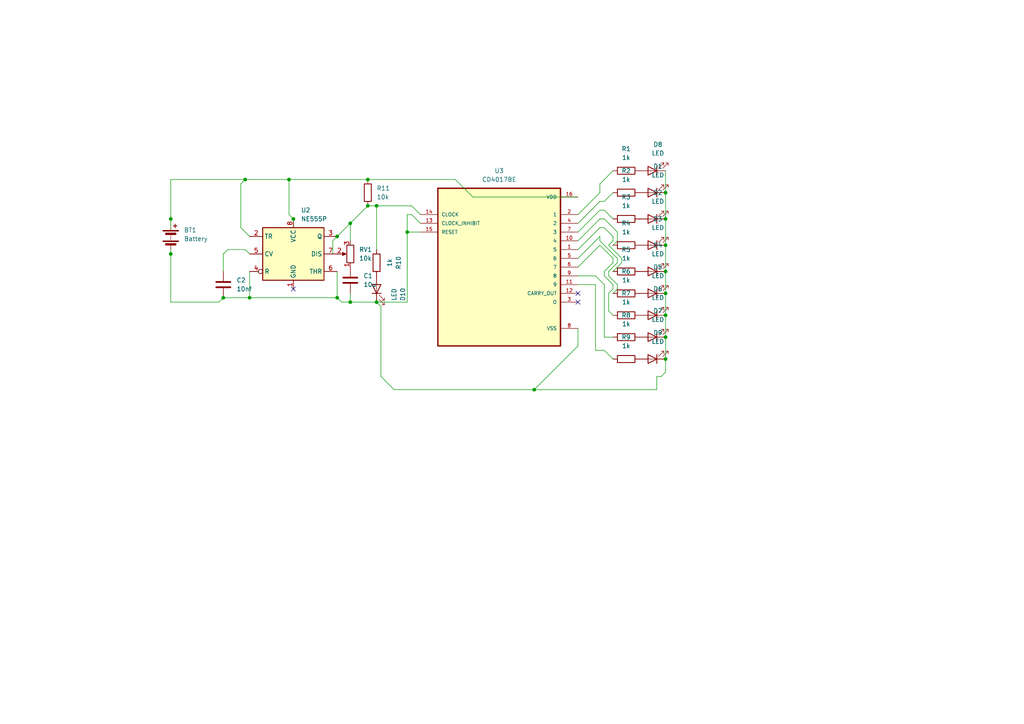
<source format=kicad_sch>
(kicad_sch
	(version 20231120)
	(generator "eeschema")
	(generator_version "8.0")
	(uuid "8f967a6a-bdff-4b0a-8340-6d8ccb79b1fe")
	(paper "A4")
	(lib_symbols
		(symbol "Device:Battery"
			(pin_numbers hide)
			(pin_names
				(offset 0) hide)
			(exclude_from_sim no)
			(in_bom yes)
			(on_board yes)
			(property "Reference" "BT"
				(at 2.54 2.54 0)
				(effects
					(font
						(size 1.27 1.27)
					)
					(justify left)
				)
			)
			(property "Value" "Battery"
				(at 2.54 0 0)
				(effects
					(font
						(size 1.27 1.27)
					)
					(justify left)
				)
			)
			(property "Footprint" ""
				(at 0 1.524 90)
				(effects
					(font
						(size 1.27 1.27)
					)
					(hide yes)
				)
			)
			(property "Datasheet" "~"
				(at 0 1.524 90)
				(effects
					(font
						(size 1.27 1.27)
					)
					(hide yes)
				)
			)
			(property "Description" "Multiple-cell battery"
				(at 0 0 0)
				(effects
					(font
						(size 1.27 1.27)
					)
					(hide yes)
				)
			)
			(property "ki_keywords" "batt voltage-source cell"
				(at 0 0 0)
				(effects
					(font
						(size 1.27 1.27)
					)
					(hide yes)
				)
			)
			(symbol "Battery_0_1"
				(rectangle
					(start -2.286 -1.27)
					(end 2.286 -1.524)
					(stroke
						(width 0)
						(type default)
					)
					(fill
						(type outline)
					)
				)
				(rectangle
					(start -2.286 1.778)
					(end 2.286 1.524)
					(stroke
						(width 0)
						(type default)
					)
					(fill
						(type outline)
					)
				)
				(rectangle
					(start -1.524 -2.032)
					(end 1.524 -2.54)
					(stroke
						(width 0)
						(type default)
					)
					(fill
						(type outline)
					)
				)
				(rectangle
					(start -1.524 1.016)
					(end 1.524 0.508)
					(stroke
						(width 0)
						(type default)
					)
					(fill
						(type outline)
					)
				)
				(polyline
					(pts
						(xy 0 -1.016) (xy 0 -0.762)
					)
					(stroke
						(width 0)
						(type default)
					)
					(fill
						(type none)
					)
				)
				(polyline
					(pts
						(xy 0 -0.508) (xy 0 -0.254)
					)
					(stroke
						(width 0)
						(type default)
					)
					(fill
						(type none)
					)
				)
				(polyline
					(pts
						(xy 0 0) (xy 0 0.254)
					)
					(stroke
						(width 0)
						(type default)
					)
					(fill
						(type none)
					)
				)
				(polyline
					(pts
						(xy 0 1.778) (xy 0 2.54)
					)
					(stroke
						(width 0)
						(type default)
					)
					(fill
						(type none)
					)
				)
				(polyline
					(pts
						(xy 0.762 3.048) (xy 1.778 3.048)
					)
					(stroke
						(width 0.254)
						(type default)
					)
					(fill
						(type none)
					)
				)
				(polyline
					(pts
						(xy 1.27 3.556) (xy 1.27 2.54)
					)
					(stroke
						(width 0.254)
						(type default)
					)
					(fill
						(type none)
					)
				)
			)
			(symbol "Battery_1_1"
				(pin passive line
					(at 0 5.08 270)
					(length 2.54)
					(name "+"
						(effects
							(font
								(size 1.27 1.27)
							)
						)
					)
					(number "1"
						(effects
							(font
								(size 1.27 1.27)
							)
						)
					)
				)
				(pin passive line
					(at 0 -5.08 90)
					(length 2.54)
					(name "-"
						(effects
							(font
								(size 1.27 1.27)
							)
						)
					)
					(number "2"
						(effects
							(font
								(size 1.27 1.27)
							)
						)
					)
				)
			)
		)
		(symbol "Device:C"
			(pin_numbers hide)
			(pin_names
				(offset 0.254)
			)
			(exclude_from_sim no)
			(in_bom yes)
			(on_board yes)
			(property "Reference" "C"
				(at 0.635 2.54 0)
				(effects
					(font
						(size 1.27 1.27)
					)
					(justify left)
				)
			)
			(property "Value" "C"
				(at 0.635 -2.54 0)
				(effects
					(font
						(size 1.27 1.27)
					)
					(justify left)
				)
			)
			(property "Footprint" ""
				(at 0.9652 -3.81 0)
				(effects
					(font
						(size 1.27 1.27)
					)
					(hide yes)
				)
			)
			(property "Datasheet" "~"
				(at 0 0 0)
				(effects
					(font
						(size 1.27 1.27)
					)
					(hide yes)
				)
			)
			(property "Description" "Unpolarized capacitor"
				(at 0 0 0)
				(effects
					(font
						(size 1.27 1.27)
					)
					(hide yes)
				)
			)
			(property "ki_keywords" "cap capacitor"
				(at 0 0 0)
				(effects
					(font
						(size 1.27 1.27)
					)
					(hide yes)
				)
			)
			(property "ki_fp_filters" "C_*"
				(at 0 0 0)
				(effects
					(font
						(size 1.27 1.27)
					)
					(hide yes)
				)
			)
			(symbol "C_0_1"
				(polyline
					(pts
						(xy -2.032 -0.762) (xy 2.032 -0.762)
					)
					(stroke
						(width 0.508)
						(type default)
					)
					(fill
						(type none)
					)
				)
				(polyline
					(pts
						(xy -2.032 0.762) (xy 2.032 0.762)
					)
					(stroke
						(width 0.508)
						(type default)
					)
					(fill
						(type none)
					)
				)
			)
			(symbol "C_1_1"
				(pin passive line
					(at 0 3.81 270)
					(length 2.794)
					(name "~"
						(effects
							(font
								(size 1.27 1.27)
							)
						)
					)
					(number "1"
						(effects
							(font
								(size 1.27 1.27)
							)
						)
					)
				)
				(pin passive line
					(at 0 -3.81 90)
					(length 2.794)
					(name "~"
						(effects
							(font
								(size 1.27 1.27)
							)
						)
					)
					(number "2"
						(effects
							(font
								(size 1.27 1.27)
							)
						)
					)
				)
			)
		)
		(symbol "Device:LED"
			(pin_numbers hide)
			(pin_names
				(offset 1.016) hide)
			(exclude_from_sim no)
			(in_bom yes)
			(on_board yes)
			(property "Reference" "D"
				(at 0 2.54 0)
				(effects
					(font
						(size 1.27 1.27)
					)
				)
			)
			(property "Value" "LED"
				(at 0 -2.54 0)
				(effects
					(font
						(size 1.27 1.27)
					)
				)
			)
			(property "Footprint" ""
				(at 0 0 0)
				(effects
					(font
						(size 1.27 1.27)
					)
					(hide yes)
				)
			)
			(property "Datasheet" "~"
				(at 0 0 0)
				(effects
					(font
						(size 1.27 1.27)
					)
					(hide yes)
				)
			)
			(property "Description" "Light emitting diode"
				(at 0 0 0)
				(effects
					(font
						(size 1.27 1.27)
					)
					(hide yes)
				)
			)
			(property "ki_keywords" "LED diode"
				(at 0 0 0)
				(effects
					(font
						(size 1.27 1.27)
					)
					(hide yes)
				)
			)
			(property "ki_fp_filters" "LED* LED_SMD:* LED_THT:*"
				(at 0 0 0)
				(effects
					(font
						(size 1.27 1.27)
					)
					(hide yes)
				)
			)
			(symbol "LED_0_1"
				(polyline
					(pts
						(xy -1.27 -1.27) (xy -1.27 1.27)
					)
					(stroke
						(width 0.254)
						(type default)
					)
					(fill
						(type none)
					)
				)
				(polyline
					(pts
						(xy -1.27 0) (xy 1.27 0)
					)
					(stroke
						(width 0)
						(type default)
					)
					(fill
						(type none)
					)
				)
				(polyline
					(pts
						(xy 1.27 -1.27) (xy 1.27 1.27) (xy -1.27 0) (xy 1.27 -1.27)
					)
					(stroke
						(width 0.254)
						(type default)
					)
					(fill
						(type none)
					)
				)
				(polyline
					(pts
						(xy -3.048 -0.762) (xy -4.572 -2.286) (xy -3.81 -2.286) (xy -4.572 -2.286) (xy -4.572 -1.524)
					)
					(stroke
						(width 0)
						(type default)
					)
					(fill
						(type none)
					)
				)
				(polyline
					(pts
						(xy -1.778 -0.762) (xy -3.302 -2.286) (xy -2.54 -2.286) (xy -3.302 -2.286) (xy -3.302 -1.524)
					)
					(stroke
						(width 0)
						(type default)
					)
					(fill
						(type none)
					)
				)
			)
			(symbol "LED_1_1"
				(pin passive line
					(at -3.81 0 0)
					(length 2.54)
					(name "K"
						(effects
							(font
								(size 1.27 1.27)
							)
						)
					)
					(number "1"
						(effects
							(font
								(size 1.27 1.27)
							)
						)
					)
				)
				(pin passive line
					(at 3.81 0 180)
					(length 2.54)
					(name "A"
						(effects
							(font
								(size 1.27 1.27)
							)
						)
					)
					(number "2"
						(effects
							(font
								(size 1.27 1.27)
							)
						)
					)
				)
			)
		)
		(symbol "Device:R"
			(pin_numbers hide)
			(pin_names
				(offset 0)
			)
			(exclude_from_sim no)
			(in_bom yes)
			(on_board yes)
			(property "Reference" "R"
				(at 2.032 0 90)
				(effects
					(font
						(size 1.27 1.27)
					)
				)
			)
			(property "Value" "R"
				(at 0 0 90)
				(effects
					(font
						(size 1.27 1.27)
					)
				)
			)
			(property "Footprint" ""
				(at -1.778 0 90)
				(effects
					(font
						(size 1.27 1.27)
					)
					(hide yes)
				)
			)
			(property "Datasheet" "~"
				(at 0 0 0)
				(effects
					(font
						(size 1.27 1.27)
					)
					(hide yes)
				)
			)
			(property "Description" "Resistor"
				(at 0 0 0)
				(effects
					(font
						(size 1.27 1.27)
					)
					(hide yes)
				)
			)
			(property "ki_keywords" "R res resistor"
				(at 0 0 0)
				(effects
					(font
						(size 1.27 1.27)
					)
					(hide yes)
				)
			)
			(property "ki_fp_filters" "R_*"
				(at 0 0 0)
				(effects
					(font
						(size 1.27 1.27)
					)
					(hide yes)
				)
			)
			(symbol "R_0_1"
				(rectangle
					(start -1.016 -2.54)
					(end 1.016 2.54)
					(stroke
						(width 0.254)
						(type default)
					)
					(fill
						(type none)
					)
				)
			)
			(symbol "R_1_1"
				(pin passive line
					(at 0 3.81 270)
					(length 1.27)
					(name "~"
						(effects
							(font
								(size 1.27 1.27)
							)
						)
					)
					(number "1"
						(effects
							(font
								(size 1.27 1.27)
							)
						)
					)
				)
				(pin passive line
					(at 0 -3.81 90)
					(length 1.27)
					(name "~"
						(effects
							(font
								(size 1.27 1.27)
							)
						)
					)
					(number "2"
						(effects
							(font
								(size 1.27 1.27)
							)
						)
					)
				)
			)
		)
		(symbol "Device:R_Potentiometer"
			(pin_names
				(offset 1.016) hide)
			(exclude_from_sim no)
			(in_bom yes)
			(on_board yes)
			(property "Reference" "RV"
				(at -4.445 0 90)
				(effects
					(font
						(size 1.27 1.27)
					)
				)
			)
			(property "Value" "R_Potentiometer"
				(at -2.54 0 90)
				(effects
					(font
						(size 1.27 1.27)
					)
				)
			)
			(property "Footprint" ""
				(at 0 0 0)
				(effects
					(font
						(size 1.27 1.27)
					)
					(hide yes)
				)
			)
			(property "Datasheet" "~"
				(at 0 0 0)
				(effects
					(font
						(size 1.27 1.27)
					)
					(hide yes)
				)
			)
			(property "Description" "Potentiometer"
				(at 0 0 0)
				(effects
					(font
						(size 1.27 1.27)
					)
					(hide yes)
				)
			)
			(property "ki_keywords" "resistor variable"
				(at 0 0 0)
				(effects
					(font
						(size 1.27 1.27)
					)
					(hide yes)
				)
			)
			(property "ki_fp_filters" "Potentiometer*"
				(at 0 0 0)
				(effects
					(font
						(size 1.27 1.27)
					)
					(hide yes)
				)
			)
			(symbol "R_Potentiometer_0_1"
				(polyline
					(pts
						(xy 2.54 0) (xy 1.524 0)
					)
					(stroke
						(width 0)
						(type default)
					)
					(fill
						(type none)
					)
				)
				(polyline
					(pts
						(xy 1.143 0) (xy 2.286 0.508) (xy 2.286 -0.508) (xy 1.143 0)
					)
					(stroke
						(width 0)
						(type default)
					)
					(fill
						(type outline)
					)
				)
				(rectangle
					(start 1.016 2.54)
					(end -1.016 -2.54)
					(stroke
						(width 0.254)
						(type default)
					)
					(fill
						(type none)
					)
				)
			)
			(symbol "R_Potentiometer_1_1"
				(pin passive line
					(at 0 3.81 270)
					(length 1.27)
					(name "1"
						(effects
							(font
								(size 1.27 1.27)
							)
						)
					)
					(number "1"
						(effects
							(font
								(size 1.27 1.27)
							)
						)
					)
				)
				(pin passive line
					(at 3.81 0 180)
					(length 1.27)
					(name "2"
						(effects
							(font
								(size 1.27 1.27)
							)
						)
					)
					(number "2"
						(effects
							(font
								(size 1.27 1.27)
							)
						)
					)
				)
				(pin passive line
					(at 0 -3.81 90)
					(length 1.27)
					(name "3"
						(effects
							(font
								(size 1.27 1.27)
							)
						)
					)
					(number "3"
						(effects
							(font
								(size 1.27 1.27)
							)
						)
					)
				)
			)
		)
		(symbol "Timer:NE555P"
			(exclude_from_sim no)
			(in_bom yes)
			(on_board yes)
			(property "Reference" "U"
				(at -10.16 8.89 0)
				(effects
					(font
						(size 1.27 1.27)
					)
					(justify left)
				)
			)
			(property "Value" "NE555P"
				(at 2.54 8.89 0)
				(effects
					(font
						(size 1.27 1.27)
					)
					(justify left)
				)
			)
			(property "Footprint" "Package_DIP:DIP-8_W7.62mm"
				(at 16.51 -10.16 0)
				(effects
					(font
						(size 1.27 1.27)
					)
					(hide yes)
				)
			)
			(property "Datasheet" "http://www.ti.com/lit/ds/symlink/ne555.pdf"
				(at 21.59 -10.16 0)
				(effects
					(font
						(size 1.27 1.27)
					)
					(hide yes)
				)
			)
			(property "Description" "Precision Timers, 555 compatible,  PDIP-8"
				(at 0 0 0)
				(effects
					(font
						(size 1.27 1.27)
					)
					(hide yes)
				)
			)
			(property "ki_keywords" "single timer 555"
				(at 0 0 0)
				(effects
					(font
						(size 1.27 1.27)
					)
					(hide yes)
				)
			)
			(property "ki_fp_filters" "DIP*W7.62mm*"
				(at 0 0 0)
				(effects
					(font
						(size 1.27 1.27)
					)
					(hide yes)
				)
			)
			(symbol "NE555P_0_0"
				(pin power_in line
					(at 0 -10.16 90)
					(length 2.54)
					(name "GND"
						(effects
							(font
								(size 1.27 1.27)
							)
						)
					)
					(number "1"
						(effects
							(font
								(size 1.27 1.27)
							)
						)
					)
				)
				(pin power_in line
					(at 0 10.16 270)
					(length 2.54)
					(name "VCC"
						(effects
							(font
								(size 1.27 1.27)
							)
						)
					)
					(number "8"
						(effects
							(font
								(size 1.27 1.27)
							)
						)
					)
				)
			)
			(symbol "NE555P_0_1"
				(rectangle
					(start -8.89 -7.62)
					(end 8.89 7.62)
					(stroke
						(width 0.254)
						(type default)
					)
					(fill
						(type background)
					)
				)
				(rectangle
					(start -8.89 -7.62)
					(end 8.89 7.62)
					(stroke
						(width 0.254)
						(type default)
					)
					(fill
						(type background)
					)
				)
			)
			(symbol "NE555P_1_1"
				(pin input line
					(at -12.7 5.08 0)
					(length 3.81)
					(name "TR"
						(effects
							(font
								(size 1.27 1.27)
							)
						)
					)
					(number "2"
						(effects
							(font
								(size 1.27 1.27)
							)
						)
					)
				)
				(pin output line
					(at 12.7 5.08 180)
					(length 3.81)
					(name "Q"
						(effects
							(font
								(size 1.27 1.27)
							)
						)
					)
					(number "3"
						(effects
							(font
								(size 1.27 1.27)
							)
						)
					)
				)
				(pin input inverted
					(at -12.7 -5.08 0)
					(length 3.81)
					(name "R"
						(effects
							(font
								(size 1.27 1.27)
							)
						)
					)
					(number "4"
						(effects
							(font
								(size 1.27 1.27)
							)
						)
					)
				)
				(pin input line
					(at -12.7 0 0)
					(length 3.81)
					(name "CV"
						(effects
							(font
								(size 1.27 1.27)
							)
						)
					)
					(number "5"
						(effects
							(font
								(size 1.27 1.27)
							)
						)
					)
				)
				(pin input line
					(at 12.7 -5.08 180)
					(length 3.81)
					(name "THR"
						(effects
							(font
								(size 1.27 1.27)
							)
						)
					)
					(number "6"
						(effects
							(font
								(size 1.27 1.27)
							)
						)
					)
				)
				(pin input line
					(at 12.7 0 180)
					(length 3.81)
					(name "DIS"
						(effects
							(font
								(size 1.27 1.27)
							)
						)
					)
					(number "7"
						(effects
							(font
								(size 1.27 1.27)
							)
						)
					)
				)
			)
		)
		(symbol "cd4017:CD4017BE"
			(pin_names
				(offset 1.016)
			)
			(exclude_from_sim no)
			(in_bom yes)
			(on_board yes)
			(property "Reference" "U"
				(at -17.78 23.86 0)
				(effects
					(font
						(size 1.27 1.27)
					)
					(justify left bottom)
				)
			)
			(property "Value" "CD4017BE"
				(at -17.78 -26.86 0)
				(effects
					(font
						(size 1.27 1.27)
					)
					(justify left bottom)
				)
			)
			(property "Footprint" "CD4017BE:DIP794W45P254L1969H508Q16"
				(at 0 0 0)
				(effects
					(font
						(size 1.27 1.27)
					)
					(justify bottom)
					(hide yes)
				)
			)
			(property "Datasheet" ""
				(at 0 0 0)
				(effects
					(font
						(size 1.27 1.27)
					)
					(hide yes)
				)
			)
			(property "Description" ""
				(at 0 0 0)
				(effects
					(font
						(size 1.27 1.27)
					)
					(hide yes)
				)
			)
			(property "MF" "Texas"
				(at 0 0 0)
				(effects
					(font
						(size 1.27 1.27)
					)
					(justify bottom)
					(hide yes)
				)
			)
			(property "Description_1" "\n                        \n                            CMOS Decade Counter with 10 Decoded Outputs\n                        \n"
				(at 0 0 0)
				(effects
					(font
						(size 1.27 1.27)
					)
					(justify bottom)
					(hide yes)
				)
			)
			(property "Package" "PDIP-16 Texas Instruments"
				(at 0 0 0)
				(effects
					(font
						(size 1.27 1.27)
					)
					(justify bottom)
					(hide yes)
				)
			)
			(property "Price" "None"
				(at 0 0 0)
				(effects
					(font
						(size 1.27 1.27)
					)
					(justify bottom)
					(hide yes)
				)
			)
			(property "SnapEDA_Link" "https://www.snapeda.com/parts/CD4017BE/Texas+Instruments/view-part/?ref=snap"
				(at 0 0 0)
				(effects
					(font
						(size 1.27 1.27)
					)
					(justify bottom)
					(hide yes)
				)
			)
			(property "MP" "CD4017BE"
				(at 0 0 0)
				(effects
					(font
						(size 1.27 1.27)
					)
					(justify bottom)
					(hide yes)
				)
			)
			(property "Availability" "In Stock"
				(at 0 0 0)
				(effects
					(font
						(size 1.27 1.27)
					)
					(justify bottom)
					(hide yes)
				)
			)
			(property "Check_prices" "https://www.snapeda.com/parts/CD4017BE/Texas+Instruments/view-part/?ref=eda"
				(at 0 0 0)
				(effects
					(font
						(size 1.27 1.27)
					)
					(justify bottom)
					(hide yes)
				)
			)
			(symbol "CD4017BE_0_0"
				(rectangle
					(start -17.78 -22.86)
					(end 17.78 22.86)
					(stroke
						(width 0.41)
						(type default)
					)
					(fill
						(type background)
					)
				)
				(pin output line
					(at 22.86 5.08 180)
					(length 5.08)
					(name "5"
						(effects
							(font
								(size 1.016 1.016)
							)
						)
					)
					(number "1"
						(effects
							(font
								(size 1.016 1.016)
							)
						)
					)
				)
				(pin output line
					(at 22.86 7.62 180)
					(length 5.08)
					(name "4"
						(effects
							(font
								(size 1.016 1.016)
							)
						)
					)
					(number "10"
						(effects
							(font
								(size 1.016 1.016)
							)
						)
					)
				)
				(pin output line
					(at 22.86 -5.08 180)
					(length 5.08)
					(name "9"
						(effects
							(font
								(size 1.016 1.016)
							)
						)
					)
					(number "11"
						(effects
							(font
								(size 1.016 1.016)
							)
						)
					)
				)
				(pin output line
					(at 22.86 -7.62 180)
					(length 5.08)
					(name "CARRY_OUT"
						(effects
							(font
								(size 1.016 1.016)
							)
						)
					)
					(number "12"
						(effects
							(font
								(size 1.016 1.016)
							)
						)
					)
				)
				(pin input line
					(at -22.86 12.7 0)
					(length 5.08)
					(name "CLOCK_INHIBIT"
						(effects
							(font
								(size 1.016 1.016)
							)
						)
					)
					(number "13"
						(effects
							(font
								(size 1.016 1.016)
							)
						)
					)
				)
				(pin input line
					(at -22.86 15.24 0)
					(length 5.08)
					(name "CLOCK"
						(effects
							(font
								(size 1.016 1.016)
							)
						)
					)
					(number "14"
						(effects
							(font
								(size 1.016 1.016)
							)
						)
					)
				)
				(pin input line
					(at -22.86 10.16 0)
					(length 5.08)
					(name "RESET"
						(effects
							(font
								(size 1.016 1.016)
							)
						)
					)
					(number "15"
						(effects
							(font
								(size 1.016 1.016)
							)
						)
					)
				)
				(pin power_in line
					(at 22.86 20.32 180)
					(length 5.08)
					(name "VDD"
						(effects
							(font
								(size 1.016 1.016)
							)
						)
					)
					(number "16"
						(effects
							(font
								(size 1.016 1.016)
							)
						)
					)
				)
				(pin output line
					(at 22.86 15.24 180)
					(length 5.08)
					(name "1"
						(effects
							(font
								(size 1.016 1.016)
							)
						)
					)
					(number "2"
						(effects
							(font
								(size 1.016 1.016)
							)
						)
					)
				)
				(pin output line
					(at 22.86 -10.16 180)
					(length 5.08)
					(name "O"
						(effects
							(font
								(size 1.016 1.016)
							)
						)
					)
					(number "3"
						(effects
							(font
								(size 1.016 1.016)
							)
						)
					)
				)
				(pin output line
					(at 22.86 12.7 180)
					(length 5.08)
					(name "2"
						(effects
							(font
								(size 1.016 1.016)
							)
						)
					)
					(number "4"
						(effects
							(font
								(size 1.016 1.016)
							)
						)
					)
				)
				(pin output line
					(at 22.86 2.54 180)
					(length 5.08)
					(name "6"
						(effects
							(font
								(size 1.016 1.016)
							)
						)
					)
					(number "5"
						(effects
							(font
								(size 1.016 1.016)
							)
						)
					)
				)
				(pin output line
					(at 22.86 0 180)
					(length 5.08)
					(name "7"
						(effects
							(font
								(size 1.016 1.016)
							)
						)
					)
					(number "6"
						(effects
							(font
								(size 1.016 1.016)
							)
						)
					)
				)
				(pin output line
					(at 22.86 10.16 180)
					(length 5.08)
					(name "3"
						(effects
							(font
								(size 1.016 1.016)
							)
						)
					)
					(number "7"
						(effects
							(font
								(size 1.016 1.016)
							)
						)
					)
				)
				(pin power_in line
					(at 22.86 -17.78 180)
					(length 5.08)
					(name "VSS"
						(effects
							(font
								(size 1.016 1.016)
							)
						)
					)
					(number "8"
						(effects
							(font
								(size 1.016 1.016)
							)
						)
					)
				)
				(pin output line
					(at 22.86 -2.54 180)
					(length 5.08)
					(name "8"
						(effects
							(font
								(size 1.016 1.016)
							)
						)
					)
					(number "9"
						(effects
							(font
								(size 1.016 1.016)
							)
						)
					)
				)
			)
		)
	)
	(junction
		(at 193.04 97.79)
		(diameter 0)
		(color 0 0 0 0)
		(uuid "0f2bded2-d2b6-4182-959d-6ccb5816f8ab")
	)
	(junction
		(at 71.12 52.07)
		(diameter 0)
		(color 0 0 0 0)
		(uuid "16dce627-32a4-4690-97e0-4b20d42cdddd")
	)
	(junction
		(at 193.04 55.88)
		(diameter 0)
		(color 0 0 0 0)
		(uuid "1725cb25-11a5-4ee5-870f-5ec92ff5f909")
	)
	(junction
		(at 109.22 87.63)
		(diameter 0)
		(color 0 0 0 0)
		(uuid "18135ad2-0c9b-4c2e-95de-f30f8c50a665")
	)
	(junction
		(at 85.09 63.5)
		(diameter 0)
		(color 0 0 0 0)
		(uuid "347aefba-9c4d-4bc2-90bc-096cb21221f7")
	)
	(junction
		(at 49.53 63.5)
		(diameter 0)
		(color 0 0 0 0)
		(uuid "4792d5f7-66d6-4635-b09c-e52f252f19b7")
	)
	(junction
		(at 106.68 59.69)
		(diameter 0)
		(color 0 0 0 0)
		(uuid "6b5f5f59-28f8-49d7-be32-5769750a0e72")
	)
	(junction
		(at 109.22 59.69)
		(diameter 0)
		(color 0 0 0 0)
		(uuid "70fb4352-b9af-4d90-bfdd-3edb99a2ffa9")
	)
	(junction
		(at 97.79 68.58)
		(diameter 0)
		(color 0 0 0 0)
		(uuid "73211d01-fac0-4dc4-a188-58e236b32b93")
	)
	(junction
		(at 97.79 86.36)
		(diameter 0)
		(color 0 0 0 0)
		(uuid "7540ee17-64c4-479c-94f4-3773bcbf2139")
	)
	(junction
		(at 118.11 67.31)
		(diameter 0)
		(color 0 0 0 0)
		(uuid "793a9d0f-7acd-41da-8601-0ab5ba2c07ac")
	)
	(junction
		(at 193.04 78.74)
		(diameter 0)
		(color 0 0 0 0)
		(uuid "81d5eea4-6121-437c-a550-a78cf78c8a5e")
	)
	(junction
		(at 106.68 52.07)
		(diameter 0)
		(color 0 0 0 0)
		(uuid "98ec51fa-8842-4b7d-92e2-82ae64b50763")
	)
	(junction
		(at 193.04 104.14)
		(diameter 0)
		(color 0 0 0 0)
		(uuid "9ca696e3-eb79-461c-95a0-37994f18400c")
	)
	(junction
		(at 193.04 63.5)
		(diameter 0)
		(color 0 0 0 0)
		(uuid "a2e2d598-8dab-468d-88fc-1a57b81d7c77")
	)
	(junction
		(at 49.53 73.66)
		(diameter 0)
		(color 0 0 0 0)
		(uuid "a70ed533-cb8f-401a-8315-4b2b484bc0d6")
	)
	(junction
		(at 101.6 87.63)
		(diameter 0)
		(color 0 0 0 0)
		(uuid "a742c2cf-c43a-42c2-a78d-f5a63cbf79d9")
	)
	(junction
		(at 72.39 86.36)
		(diameter 0)
		(color 0 0 0 0)
		(uuid "b0a79255-dca8-4484-80a1-aab4c410898f")
	)
	(junction
		(at 64.77 86.36)
		(diameter 0)
		(color 0 0 0 0)
		(uuid "ba72a169-c2dd-4317-9f5d-94bc39dbd7ed")
	)
	(junction
		(at 193.04 71.12)
		(diameter 0)
		(color 0 0 0 0)
		(uuid "bd9db191-27b3-4845-992c-0ed1fb930860")
	)
	(junction
		(at 83.82 52.07)
		(diameter 0)
		(color 0 0 0 0)
		(uuid "c0ca70b9-c03e-4e28-9c8a-cd0cb88fb620")
	)
	(junction
		(at 101.6 64.77)
		(diameter 0)
		(color 0 0 0 0)
		(uuid "c6a5271a-9d9a-4746-937a-582eaff7422b")
	)
	(junction
		(at 193.04 85.09)
		(diameter 0)
		(color 0 0 0 0)
		(uuid "d076a882-2786-4855-ad3f-e0ca3a885d94")
	)
	(junction
		(at 154.94 113.03)
		(diameter 0)
		(color 0 0 0 0)
		(uuid "e9f9496b-4f7f-499e-8fc9-db5052defa78")
	)
	(junction
		(at 193.04 91.44)
		(diameter 0)
		(color 0 0 0 0)
		(uuid "f761c4a5-5011-49c3-86c5-b43043b06904")
	)
	(no_connect
		(at 167.64 85.09)
		(uuid "abb8710a-6ec0-4036-b66f-04c902379ab7")
	)
	(no_connect
		(at 167.64 87.63)
		(uuid "c2ab38c7-ebc9-4836-975e-b1f732f9800d")
	)
	(no_connect
		(at 85.09 83.82)
		(uuid "cf7cea92-c61a-499f-855e-85dbdf7d1503")
	)
	(wire
		(pts
			(xy 190.5 109.22) (xy 190.5 113.03)
		)
		(stroke
			(width 0)
			(type default)
		)
		(uuid "00369e4e-dd40-41a1-b4f7-07c3c0dff8f8")
	)
	(wire
		(pts
			(xy 175.26 78.74) (xy 177.8 76.2)
		)
		(stroke
			(width 0)
			(type default)
		)
		(uuid "0037894a-b945-4f72-99f3-46cc87cebcfe")
	)
	(wire
		(pts
			(xy 83.82 52.07) (xy 83.82 62.23)
		)
		(stroke
			(width 0)
			(type default)
		)
		(uuid "00963e98-0d9f-4f52-aa30-5bc7912060a9")
	)
	(wire
		(pts
			(xy 175.26 97.79) (xy 175.26 82.55)
		)
		(stroke
			(width 0)
			(type default)
		)
		(uuid "0288cb20-f88e-4552-be24-ff1b6978dd74")
	)
	(wire
		(pts
			(xy 49.53 52.07) (xy 71.12 52.07)
		)
		(stroke
			(width 0)
			(type default)
		)
		(uuid "056890c2-7dff-438f-9d98-ac63f1e62795")
	)
	(wire
		(pts
			(xy 175.26 101.6) (xy 177.8 104.14)
		)
		(stroke
			(width 0)
			(type default)
		)
		(uuid "06df7f19-b101-4c77-826e-9a10561b052f")
	)
	(wire
		(pts
			(xy 193.04 63.5) (xy 193.04 71.12)
		)
		(stroke
			(width 0)
			(type default)
		)
		(uuid "09610d28-f31b-4d02-8bfa-b6a938b8543f")
	)
	(wire
		(pts
			(xy 179.07 74.93) (xy 179.07 76.2)
		)
		(stroke
			(width 0)
			(type default)
		)
		(uuid "0a86dafb-35e3-4cf2-96c9-bdcb68dba6cb")
	)
	(wire
		(pts
			(xy 179.07 69.85) (xy 177.8 71.12)
		)
		(stroke
			(width 0)
			(type default)
		)
		(uuid "0e2a925b-da66-4ab4-8a46-a115a39ce5bd")
	)
	(wire
		(pts
			(xy 173.99 66.04) (xy 175.26 66.04)
		)
		(stroke
			(width 0)
			(type default)
		)
		(uuid "12bff87c-b603-44ed-a635-83257a588ea3")
	)
	(wire
		(pts
			(xy 72.39 86.36) (xy 97.79 86.36)
		)
		(stroke
			(width 0)
			(type default)
		)
		(uuid "1779cdd2-0dc5-44c3-933c-f845c410bc30")
	)
	(wire
		(pts
			(xy 167.64 77.47) (xy 173.99 71.12)
		)
		(stroke
			(width 0)
			(type default)
		)
		(uuid "1c6f1edc-f080-4462-9e3d-da580c0772ab")
	)
	(wire
		(pts
			(xy 69.85 53.34) (xy 69.85 66.04)
		)
		(stroke
			(width 0)
			(type default)
		)
		(uuid "1fe97551-5b14-42d6-9485-9784afb54bd7")
	)
	(wire
		(pts
			(xy 49.53 52.07) (xy 49.53 63.5)
		)
		(stroke
			(width 0)
			(type default)
		)
		(uuid "20786ca8-e104-4f89-b725-f23d73f08b9e")
	)
	(wire
		(pts
			(xy 49.53 63.5) (xy 49.53 66.04)
		)
		(stroke
			(width 0)
			(type default)
		)
		(uuid "22f09918-f602-479c-8f27-69eaaa41e1e0")
	)
	(wire
		(pts
			(xy 101.6 87.63) (xy 99.06 87.63)
		)
		(stroke
			(width 0)
			(type default)
		)
		(uuid "232cde07-fa5f-4506-9952-05af29121127")
	)
	(wire
		(pts
			(xy 167.64 95.25) (xy 167.64 100.33)
		)
		(stroke
			(width 0)
			(type default)
		)
		(uuid "234a2774-2c72-4644-b43d-629a873c27f2")
	)
	(wire
		(pts
			(xy 173.99 69.85) (xy 179.07 74.93)
		)
		(stroke
			(width 0)
			(type default)
		)
		(uuid "2582f497-83e7-4af9-a7bc-bde535e2e903")
	)
	(wire
		(pts
			(xy 83.82 52.07) (xy 106.68 52.07)
		)
		(stroke
			(width 0)
			(type default)
		)
		(uuid "28a6e364-8773-400d-a209-c2c150ab939c")
	)
	(wire
		(pts
			(xy 167.64 57.15) (xy 137.16 57.15)
		)
		(stroke
			(width 0)
			(type default)
		)
		(uuid "28e837d0-10ce-42e6-a048-7d0b3aaaca92")
	)
	(wire
		(pts
			(xy 64.77 78.74) (xy 64.77 73.66)
		)
		(stroke
			(width 0)
			(type default)
		)
		(uuid "29ba88d2-5535-432f-896e-64871878f524")
	)
	(wire
		(pts
			(xy 176.53 90.17) (xy 177.8 91.44)
		)
		(stroke
			(width 0)
			(type default)
		)
		(uuid "2ca83535-d6b0-49bf-b6ad-5d234160ab6b")
	)
	(wire
		(pts
			(xy 110.49 109.22) (xy 110.49 88.9)
		)
		(stroke
			(width 0)
			(type default)
		)
		(uuid "31d1504b-7d36-4ee0-a2f1-df0b5902cb1c")
	)
	(wire
		(pts
			(xy 83.82 52.07) (xy 71.12 52.07)
		)
		(stroke
			(width 0)
			(type default)
		)
		(uuid "31ee0ff8-9d71-4d84-8a43-e338e1af540f")
	)
	(wire
		(pts
			(xy 193.04 55.88) (xy 193.04 63.5)
		)
		(stroke
			(width 0)
			(type default)
		)
		(uuid "3403be53-3c73-4f2e-b1f5-d8ec01b45d9c")
	)
	(wire
		(pts
			(xy 118.11 62.23) (xy 119.38 62.23)
		)
		(stroke
			(width 0)
			(type default)
		)
		(uuid "383c1da6-a5a1-43a7-a4f9-64d8fd35651f")
	)
	(wire
		(pts
			(xy 177.8 82.55) (xy 177.8 83.82)
		)
		(stroke
			(width 0)
			(type default)
		)
		(uuid "396e6510-e158-4056-8281-e14c12d46a7e")
	)
	(wire
		(pts
			(xy 101.6 85.09) (xy 101.6 87.63)
		)
		(stroke
			(width 0)
			(type default)
		)
		(uuid "39fe93bd-817c-4ee6-a049-33ad0dfb31a3")
	)
	(wire
		(pts
			(xy 173.99 68.58) (xy 173.99 69.85)
		)
		(stroke
			(width 0)
			(type default)
		)
		(uuid "3bfc02fd-8ced-4db7-8273-b065b77762b6")
	)
	(wire
		(pts
			(xy 173.99 55.88) (xy 173.99 53.34)
		)
		(stroke
			(width 0)
			(type default)
		)
		(uuid "3f007712-eca6-4f3e-be46-a5cb2d59b645")
	)
	(wire
		(pts
			(xy 118.11 67.31) (xy 121.92 67.31)
		)
		(stroke
			(width 0)
			(type default)
		)
		(uuid "3fa129ec-3332-4e59-8fa1-8a663949b676")
	)
	(wire
		(pts
			(xy 173.99 63.5) (xy 167.64 69.85)
		)
		(stroke
			(width 0)
			(type default)
		)
		(uuid "4135c0f2-d2ab-4250-9c79-1369b9c1ae94")
	)
	(wire
		(pts
			(xy 64.77 86.36) (xy 72.39 86.36)
		)
		(stroke
			(width 0)
			(type default)
		)
		(uuid "4451c27a-0f31-4203-b9b4-d9182579cb86")
	)
	(wire
		(pts
			(xy 193.04 91.44) (xy 193.04 97.79)
		)
		(stroke
			(width 0)
			(type default)
		)
		(uuid "447dc59e-312c-4bb4-b9d9-55f16b7f6e01")
	)
	(wire
		(pts
			(xy 96.52 73.66) (xy 96.52 69.85)
		)
		(stroke
			(width 0)
			(type default)
		)
		(uuid "47a4a3da-b65e-4cea-a97d-95f76eddf577")
	)
	(wire
		(pts
			(xy 173.99 58.42) (xy 167.64 64.77)
		)
		(stroke
			(width 0)
			(type default)
		)
		(uuid "4a8d9152-814a-4515-a7f6-80deb34e0639")
	)
	(wire
		(pts
			(xy 97.79 78.74) (xy 97.79 86.36)
		)
		(stroke
			(width 0)
			(type default)
		)
		(uuid "50247f47-ec99-4b17-9b36-22617bebb8d1")
	)
	(wire
		(pts
			(xy 175.26 82.55) (xy 172.72 80.01)
		)
		(stroke
			(width 0)
			(type default)
		)
		(uuid "5031d790-a79e-45b0-8ba9-bb1af7f59664")
	)
	(wire
		(pts
			(xy 154.94 113.03) (xy 114.3 113.03)
		)
		(stroke
			(width 0)
			(type default)
		)
		(uuid "52b292dd-79e6-4bfc-bdbf-ce19df5da7f1")
	)
	(wire
		(pts
			(xy 118.11 62.23) (xy 118.11 67.31)
		)
		(stroke
			(width 0)
			(type default)
		)
		(uuid "549f07e8-f665-4b60-a561-2c9054211972")
	)
	(wire
		(pts
			(xy 175.26 58.42) (xy 177.8 55.88)
		)
		(stroke
			(width 0)
			(type default)
		)
		(uuid "57e6a099-bdc6-4cc0-b876-703817271c3e")
	)
	(wire
		(pts
			(xy 177.8 68.58) (xy 177.8 69.85)
		)
		(stroke
			(width 0)
			(type default)
		)
		(uuid "6302208c-1aed-473b-ac2b-9b9e3c99fd21")
	)
	(wire
		(pts
			(xy 180.34 74.93) (xy 180.34 76.2)
		)
		(stroke
			(width 0)
			(type default)
		)
		(uuid "6649365b-df6a-407f-a5bb-3f68ce7658bc")
	)
	(wire
		(pts
			(xy 118.11 87.63) (xy 109.22 87.63)
		)
		(stroke
			(width 0)
			(type default)
		)
		(uuid "6761c762-5373-4516-9e49-c0ce3c85885f")
	)
	(wire
		(pts
			(xy 177.8 83.82) (xy 176.53 85.09)
		)
		(stroke
			(width 0)
			(type default)
		)
		(uuid "696eb1aa-b9f1-4057-849a-78b230b6f9db")
	)
	(wire
		(pts
			(xy 96.52 69.85) (xy 97.79 68.58)
		)
		(stroke
			(width 0)
			(type default)
		)
		(uuid "6d93aa90-586f-4f77-af2f-88bbc50be017")
	)
	(wire
		(pts
			(xy 173.99 68.58) (xy 167.64 74.93)
		)
		(stroke
			(width 0)
			(type default)
		)
		(uuid "6e84aee7-668e-4ad0-b4c2-6d656a089f43")
	)
	(wire
		(pts
			(xy 85.09 63.5) (xy 83.82 62.23)
		)
		(stroke
			(width 0)
			(type default)
		)
		(uuid "6f942ffe-6624-48cc-afbf-63c14236a019")
	)
	(wire
		(pts
			(xy 193.04 104.14) (xy 193.04 107.95)
		)
		(stroke
			(width 0)
			(type default)
		)
		(uuid "6ff2bd1a-161c-4dcb-9177-0c836f53ce01")
	)
	(wire
		(pts
			(xy 175.26 63.5) (xy 179.07 67.31)
		)
		(stroke
			(width 0)
			(type default)
		)
		(uuid "712f5a48-063f-49e6-b0b9-2aa5713954bb")
	)
	(wire
		(pts
			(xy 85.09 66.04) (xy 85.09 63.5)
		)
		(stroke
			(width 0)
			(type default)
		)
		(uuid "72904ad0-209d-4826-b692-a5da73f3ca32")
	)
	(wire
		(pts
			(xy 69.85 66.04) (xy 72.39 68.58)
		)
		(stroke
			(width 0)
			(type default)
		)
		(uuid "7f399f21-a2a3-49ab-aa7e-cc1d0f3e095f")
	)
	(wire
		(pts
			(xy 176.53 85.09) (xy 176.53 90.17)
		)
		(stroke
			(width 0)
			(type default)
		)
		(uuid "84d18ed5-c85c-4ec4-ae71-1585616b1cdf")
	)
	(wire
		(pts
			(xy 49.53 72.39) (xy 49.53 73.66)
		)
		(stroke
			(width 0)
			(type default)
		)
		(uuid "871e62ac-e1e0-492b-9b17-4d37074891c2")
	)
	(wire
		(pts
			(xy 49.53 87.63) (xy 63.5 87.63)
		)
		(stroke
			(width 0)
			(type default)
		)
		(uuid "8d27cc79-efff-48f4-a570-ccb81ac3330a")
	)
	(wire
		(pts
			(xy 176.53 78.74) (xy 176.53 80.01)
		)
		(stroke
			(width 0)
			(type default)
		)
		(uuid "8de02cc7-e9a3-4267-88f7-77be43c7218a")
	)
	(wire
		(pts
			(xy 66.04 72.39) (xy 71.12 72.39)
		)
		(stroke
			(width 0)
			(type default)
		)
		(uuid "9485cbf7-f3bb-4301-9aec-3ece543a4db5")
	)
	(wire
		(pts
			(xy 109.22 59.69) (xy 119.38 59.69)
		)
		(stroke
			(width 0)
			(type default)
		)
		(uuid "9bf42d27-5cd8-4efb-a5f6-2a5add53617d")
	)
	(wire
		(pts
			(xy 99.06 87.63) (xy 97.79 86.36)
		)
		(stroke
			(width 0)
			(type default)
		)
		(uuid "9ce4b2d6-c2aa-4de1-8daa-83f3202aa0d3")
	)
	(wire
		(pts
			(xy 176.53 71.12) (xy 177.8 69.85)
		)
		(stroke
			(width 0)
			(type default)
		)
		(uuid "9d6ecf39-c0c9-475e-ac56-9593d9123b0a")
	)
	(wire
		(pts
			(xy 106.68 52.07) (xy 132.08 52.07)
		)
		(stroke
			(width 0)
			(type default)
		)
		(uuid "9f16ce23-ee9c-4c57-a327-27f4c11df5b4")
	)
	(wire
		(pts
			(xy 97.79 68.58) (xy 101.6 64.77)
		)
		(stroke
			(width 0)
			(type default)
		)
		(uuid "a384f274-1ba8-4b59-bdd4-b604a0cfb69f")
	)
	(wire
		(pts
			(xy 180.34 76.2) (xy 177.8 78.74)
		)
		(stroke
			(width 0)
			(type default)
		)
		(uuid "a4aae39b-c42e-49e5-886c-bb6cd0227b7f")
	)
	(wire
		(pts
			(xy 193.04 97.79) (xy 193.04 104.14)
		)
		(stroke
			(width 0)
			(type default)
		)
		(uuid "a5345d90-7444-4c1b-b907-b3f252dd41c8")
	)
	(wire
		(pts
			(xy 109.22 59.69) (xy 106.68 59.69)
		)
		(stroke
			(width 0)
			(type default)
		)
		(uuid "a591cf1e-2688-42ee-bb62-5b1cd217369b")
	)
	(wire
		(pts
			(xy 193.04 107.95) (xy 191.77 109.22)
		)
		(stroke
			(width 0)
			(type default)
		)
		(uuid "a6003d96-93ad-476d-bc1a-427c0c171a4a")
	)
	(wire
		(pts
			(xy 167.64 80.01) (xy 172.72 80.01)
		)
		(stroke
			(width 0)
			(type default)
		)
		(uuid "a8a25032-c328-4d60-b0a7-e9faba0e0839")
	)
	(wire
		(pts
			(xy 121.92 64.77) (xy 119.38 62.23)
		)
		(stroke
			(width 0)
			(type default)
		)
		(uuid "a8bee3d1-e440-4e90-8d73-471b529e26ae")
	)
	(wire
		(pts
			(xy 101.6 69.85) (xy 101.6 64.77)
		)
		(stroke
			(width 0)
			(type default)
		)
		(uuid "aa83894a-7573-4ccb-ac28-62883e428c0b")
	)
	(wire
		(pts
			(xy 179.07 76.2) (xy 176.53 78.74)
		)
		(stroke
			(width 0)
			(type default)
		)
		(uuid "adbb47e2-1a8f-4201-b915-32506e3f29bf")
	)
	(wire
		(pts
			(xy 167.64 62.23) (xy 173.99 55.88)
		)
		(stroke
			(width 0)
			(type default)
		)
		(uuid "af2ef962-bd86-4cc6-a5a6-025de183d495")
	)
	(wire
		(pts
			(xy 177.8 74.93) (xy 177.8 76.2)
		)
		(stroke
			(width 0)
			(type default)
		)
		(uuid "b06a9861-871c-483b-91dc-dbe2f5417e83")
	)
	(wire
		(pts
			(xy 167.64 72.39) (xy 173.99 66.04)
		)
		(stroke
			(width 0)
			(type default)
		)
		(uuid "b28c4ba7-4ca7-451a-9777-a8e821cfdb0c")
	)
	(wire
		(pts
			(xy 190.5 109.22) (xy 191.77 109.22)
		)
		(stroke
			(width 0)
			(type default)
		)
		(uuid "b437f1de-55e8-4947-9312-c2e0ce6d7f5f")
	)
	(wire
		(pts
			(xy 118.11 67.31) (xy 118.11 87.63)
		)
		(stroke
			(width 0)
			(type default)
		)
		(uuid "b8840bb8-3b60-486b-bbce-eb1c5a64c6ab")
	)
	(wire
		(pts
			(xy 179.07 83.82) (xy 177.8 85.09)
		)
		(stroke
			(width 0)
			(type default)
		)
		(uuid "bd1b487d-effb-4b8e-9121-69ed12102684")
	)
	(wire
		(pts
			(xy 173.99 53.34) (xy 177.8 49.53)
		)
		(stroke
			(width 0)
			(type default)
		)
		(uuid "bd600e90-a43f-4e63-a66b-a29db5672c96")
	)
	(wire
		(pts
			(xy 175.26 66.04) (xy 177.8 68.58)
		)
		(stroke
			(width 0)
			(type default)
		)
		(uuid "bdbed851-97dd-44cb-a80e-37376f3771c9")
	)
	(wire
		(pts
			(xy 172.72 82.55) (xy 172.72 101.6)
		)
		(stroke
			(width 0)
			(type default)
		)
		(uuid "beac38fa-4176-44ac-bac4-a3ae7777e155")
	)
	(wire
		(pts
			(xy 114.3 113.03) (xy 110.49 109.22)
		)
		(stroke
			(width 0)
			(type default)
		)
		(uuid "bfb062b2-bcd4-4c3c-9925-64c352618f09")
	)
	(wire
		(pts
			(xy 109.22 87.63) (xy 101.6 87.63)
		)
		(stroke
			(width 0)
			(type default)
		)
		(uuid "c29c4cf5-2cac-423b-95dc-9a3baf7572b6")
	)
	(wire
		(pts
			(xy 110.49 88.9) (xy 109.22 87.63)
		)
		(stroke
			(width 0)
			(type default)
		)
		(uuid "c32b701c-44cc-45e8-aed8-0faea3d68d3a")
	)
	(wire
		(pts
			(xy 176.53 80.01) (xy 179.07 82.55)
		)
		(stroke
			(width 0)
			(type default)
		)
		(uuid "c88a5ec6-c95d-40ba-8b23-6e69bb0dc5cd")
	)
	(wire
		(pts
			(xy 154.94 113.03) (xy 167.64 100.33)
		)
		(stroke
			(width 0)
			(type default)
		)
		(uuid "cb88eb91-80c9-4795-bd2b-3170787ca31a")
	)
	(wire
		(pts
			(xy 173.99 63.5) (xy 175.26 63.5)
		)
		(stroke
			(width 0)
			(type default)
		)
		(uuid "cd31bc1c-0a83-461d-93f0-ed60e0bd821f")
	)
	(wire
		(pts
			(xy 193.04 71.12) (xy 193.04 78.74)
		)
		(stroke
			(width 0)
			(type default)
		)
		(uuid "cde2c036-872a-40f5-be1f-509859f542d4")
	)
	(wire
		(pts
			(xy 63.5 87.63) (xy 64.77 86.36)
		)
		(stroke
			(width 0)
			(type default)
		)
		(uuid "ce5625c5-db8a-40c4-ad6d-2dcd64555629")
	)
	(wire
		(pts
			(xy 72.39 78.74) (xy 72.39 86.36)
		)
		(stroke
			(width 0)
			(type default)
		)
		(uuid "d15df751-b16a-4167-b26b-0286114bfaaa")
	)
	(wire
		(pts
			(xy 173.99 60.96) (xy 175.26 60.96)
		)
		(stroke
			(width 0)
			(type default)
		)
		(uuid "d39b7543-a17b-4eb9-a78b-97ea6ae1d68f")
	)
	(wire
		(pts
			(xy 101.6 64.77) (xy 106.68 59.69)
		)
		(stroke
			(width 0)
			(type default)
		)
		(uuid "d46a9e62-133a-40f0-99ec-52aedbe7fba5")
	)
	(wire
		(pts
			(xy 71.12 52.07) (xy 69.85 53.34)
		)
		(stroke
			(width 0)
			(type default)
		)
		(uuid "dbc2928b-95ef-49cf-a5d6-d5b99e5500aa")
	)
	(wire
		(pts
			(xy 193.04 49.53) (xy 193.04 55.88)
		)
		(stroke
			(width 0)
			(type default)
		)
		(uuid "dc9bd471-de3e-4c82-9063-c4980f9a3dbb")
	)
	(wire
		(pts
			(xy 193.04 78.74) (xy 193.04 85.09)
		)
		(stroke
			(width 0)
			(type default)
		)
		(uuid "dd494a99-9f68-42b5-a4bc-7102c6f99c6a")
	)
	(wire
		(pts
			(xy 173.99 60.96) (xy 167.64 67.31)
		)
		(stroke
			(width 0)
			(type default)
		)
		(uuid "dfbf809c-4601-4b57-a557-ae66349ad5fe")
	)
	(wire
		(pts
			(xy 173.99 58.42) (xy 175.26 58.42)
		)
		(stroke
			(width 0)
			(type default)
		)
		(uuid "e4038ea2-c8cd-45b9-957d-153db79b0a51")
	)
	(wire
		(pts
			(xy 49.53 73.66) (xy 49.53 87.63)
		)
		(stroke
			(width 0)
			(type default)
		)
		(uuid "e594ef59-2527-49ef-b5b4-336d159a1bba")
	)
	(wire
		(pts
			(xy 175.26 60.96) (xy 177.8 63.5)
		)
		(stroke
			(width 0)
			(type default)
		)
		(uuid "e635551d-b1d1-4db7-8ae2-8d4756672619")
	)
	(wire
		(pts
			(xy 175.26 97.79) (xy 177.8 97.79)
		)
		(stroke
			(width 0)
			(type default)
		)
		(uuid "e6645e27-fdb8-42f6-a28f-0a2e80929ea9")
	)
	(wire
		(pts
			(xy 193.04 85.09) (xy 193.04 91.44)
		)
		(stroke
			(width 0)
			(type default)
		)
		(uuid "e71686d7-0566-46b0-a642-c20f405987c0")
	)
	(wire
		(pts
			(xy 71.12 72.39) (xy 72.39 73.66)
		)
		(stroke
			(width 0)
			(type default)
		)
		(uuid "eb21ee4d-a2b9-4070-a266-b52350fe1fcf")
	)
	(wire
		(pts
			(xy 137.16 57.15) (xy 132.08 52.07)
		)
		(stroke
			(width 0)
			(type default)
		)
		(uuid "ec7451aa-2810-4721-a939-a3afba25b3b0")
	)
	(wire
		(pts
			(xy 176.53 71.12) (xy 180.34 74.93)
		)
		(stroke
			(width 0)
			(type default)
		)
		(uuid "ecc1b254-ac73-49e1-aa75-e0aa86c38c1a")
	)
	(wire
		(pts
			(xy 190.5 113.03) (xy 154.94 113.03)
		)
		(stroke
			(width 0)
			(type default)
		)
		(uuid "eef85f42-e846-4c16-98fe-322ed5ed8c1e")
	)
	(wire
		(pts
			(xy 175.26 78.74) (xy 175.26 80.01)
		)
		(stroke
			(width 0)
			(type default)
		)
		(uuid "f026893a-f964-4437-9d91-34e8ca9e4492")
	)
	(wire
		(pts
			(xy 109.22 59.69) (xy 109.22 72.39)
		)
		(stroke
			(width 0)
			(type default)
		)
		(uuid "f25a42c2-e50a-4561-9dbc-1e32e27e2b2b")
	)
	(wire
		(pts
			(xy 173.99 71.12) (xy 177.8 74.93)
		)
		(stroke
			(width 0)
			(type default)
		)
		(uuid "f3593efc-69e2-4b9f-b398-4be6e66606d8")
	)
	(wire
		(pts
			(xy 64.77 73.66) (xy 66.04 72.39)
		)
		(stroke
			(width 0)
			(type default)
		)
		(uuid "f3c0ece7-a908-4bc8-8640-e0593694e23a")
	)
	(wire
		(pts
			(xy 172.72 101.6) (xy 175.26 101.6)
		)
		(stroke
			(width 0)
			(type default)
		)
		(uuid "f94c5092-1570-4002-8ca4-2672d8c697e8")
	)
	(wire
		(pts
			(xy 179.07 82.55) (xy 179.07 83.82)
		)
		(stroke
			(width 0)
			(type default)
		)
		(uuid "fbc23055-2387-410a-a8fd-60231fb917a7")
	)
	(wire
		(pts
			(xy 175.26 80.01) (xy 177.8 82.55)
		)
		(stroke
			(width 0)
			(type default)
		)
		(uuid "fe0077ef-3e3b-4c92-8d75-580187818861")
	)
	(wire
		(pts
			(xy 179.07 67.31) (xy 179.07 69.85)
		)
		(stroke
			(width 0)
			(type default)
		)
		(uuid "fe09e5c4-6152-4114-951a-917d3b9eb859")
	)
	(wire
		(pts
			(xy 119.38 59.69) (xy 121.92 62.23)
		)
		(stroke
			(width 0)
			(type default)
		)
		(uuid "fef5b073-7183-4a4f-85b4-fd62dee32485")
	)
	(wire
		(pts
			(xy 167.64 82.55) (xy 172.72 82.55)
		)
		(stroke
			(width 0)
			(type default)
		)
		(uuid "ff93619b-1b56-4b8d-b33a-bc12dc61f34e")
	)
	(symbol
		(lib_id "Device:C")
		(at 101.6 81.28 0)
		(unit 1)
		(exclude_from_sim no)
		(in_bom yes)
		(on_board yes)
		(dnp no)
		(fields_autoplaced yes)
		(uuid "00dca865-19f2-46f0-bc1c-362bcbf64d4e")
		(property "Reference" "C1"
			(at 105.41 80.0099 0)
			(effects
				(font
					(size 1.27 1.27)
				)
				(justify left)
			)
		)
		(property "Value" "10u"
			(at 105.41 82.5499 0)
			(effects
				(font
					(size 1.27 1.27)
				)
				(justify left)
			)
		)
		(property "Footprint" "Capacitor_THT:CP_Radial_D6.3mm_P2.50mm"
			(at 102.5652 85.09 0)
			(effects
				(font
					(size 1.27 1.27)
				)
				(hide yes)
			)
		)
		(property "Datasheet" "~"
			(at 101.6 81.28 0)
			(effects
				(font
					(size 1.27 1.27)
				)
				(hide yes)
			)
		)
		(property "Description" "Unpolarized capacitor"
			(at 101.6 81.28 0)
			(effects
				(font
					(size 1.27 1.27)
				)
				(hide yes)
			)
		)
		(pin "1"
			(uuid "5323e069-a1e9-4bfd-b454-3653b8a31729")
		)
		(pin "2"
			(uuid "7f186dd7-81c3-49b3-93c1-15d618a2842e")
		)
		(instances
			(project ""
				(path "/8f967a6a-bdff-4b0a-8340-6d8ccb79b1fe"
					(reference "C1")
					(unit 1)
				)
			)
		)
	)
	(symbol
		(lib_id "cd4017:CD4017BE")
		(at 144.78 77.47 0)
		(unit 1)
		(exclude_from_sim no)
		(in_bom yes)
		(on_board yes)
		(dnp no)
		(fields_autoplaced yes)
		(uuid "015d44e3-727d-4de2-91b0-392acc2775c1")
		(property "Reference" "U3"
			(at 144.78 49.53 0)
			(effects
				(font
					(size 1.27 1.27)
				)
			)
		)
		(property "Value" "CD4017BE"
			(at 144.78 52.07 0)
			(effects
				(font
					(size 1.27 1.27)
				)
			)
		)
		(property "Footprint" "Package_DIP:DIP-16_W7.62mm_LongPads"
			(at 144.78 77.47 0)
			(effects
				(font
					(size 1.27 1.27)
				)
				(justify bottom)
				(hide yes)
			)
		)
		(property "Datasheet" ""
			(at 144.78 77.47 0)
			(effects
				(font
					(size 1.27 1.27)
				)
				(hide yes)
			)
		)
		(property "Description" ""
			(at 144.78 77.47 0)
			(effects
				(font
					(size 1.27 1.27)
				)
				(hide yes)
			)
		)
		(property "MF" "Texas"
			(at 144.78 77.47 0)
			(effects
				(font
					(size 1.27 1.27)
				)
				(justify bottom)
				(hide yes)
			)
		)
		(property "Description_1" "\n                        \n                            CMOS Decade Counter with 10 Decoded Outputs\n                        \n"
			(at 144.78 77.47 0)
			(effects
				(font
					(size 1.27 1.27)
				)
				(justify bottom)
				(hide yes)
			)
		)
		(property "Package" "PDIP-16 Texas Instruments"
			(at 144.78 77.47 0)
			(effects
				(font
					(size 1.27 1.27)
				)
				(justify bottom)
				(hide yes)
			)
		)
		(property "Price" "None"
			(at 144.78 77.47 0)
			(effects
				(font
					(size 1.27 1.27)
				)
				(justify bottom)
				(hide yes)
			)
		)
		(property "SnapEDA_Link" "https://www.snapeda.com/parts/CD4017BE/Texas+Instruments/view-part/?ref=snap"
			(at 144.78 77.47 0)
			(effects
				(font
					(size 1.27 1.27)
				)
				(justify bottom)
				(hide yes)
			)
		)
		(property "MP" "CD4017BE"
			(at 144.78 77.47 0)
			(effects
				(font
					(size 1.27 1.27)
				)
				(justify bottom)
				(hide yes)
			)
		)
		(property "Availability" "In Stock"
			(at 144.78 77.47 0)
			(effects
				(font
					(size 1.27 1.27)
				)
				(justify bottom)
				(hide yes)
			)
		)
		(property "Check_prices" "https://www.snapeda.com/parts/CD4017BE/Texas+Instruments/view-part/?ref=eda"
			(at 144.78 77.47 0)
			(effects
				(font
					(size 1.27 1.27)
				)
				(justify bottom)
				(hide yes)
			)
		)
		(pin "11"
			(uuid "fd6fedff-6c06-4f98-8c3f-406a5aa3a408")
		)
		(pin "9"
			(uuid "194f4bbb-0d60-4a20-971d-7625903b9de4")
		)
		(pin "7"
			(uuid "32ee4002-a25c-4cf6-8d00-29dfff0e57d6")
		)
		(pin "10"
			(uuid "6b4be7af-fa8e-443b-a4d2-e928764cd027")
		)
		(pin "12"
			(uuid "77f84e41-180f-455c-8b3a-253d21c31a33")
		)
		(pin "6"
			(uuid "b33930f5-fd01-4fc1-9130-18476e9f9afc")
		)
		(pin "15"
			(uuid "011baf8c-4efa-46b4-a88b-a225053b2a49")
		)
		(pin "5"
			(uuid "1811f330-df49-428b-a01b-eba3ef2e865e")
		)
		(pin "8"
			(uuid "408d8e07-1afe-4416-8706-1123320871d5")
		)
		(pin "1"
			(uuid "300bfb7e-2500-4fc4-83be-841657e65ddd")
		)
		(pin "4"
			(uuid "2f2dded7-78c7-41c2-b747-4466e53dc9de")
		)
		(pin "2"
			(uuid "6edfc17f-4fdb-409a-8a55-bee0c0bc7832")
		)
		(pin "16"
			(uuid "f57abbdb-6cdf-46f1-b1b1-b65569aad13a")
		)
		(pin "3"
			(uuid "ab63bd3d-9e64-40d7-acae-d36d3691b11d")
		)
		(pin "13"
			(uuid "453dcb3b-92f1-49dc-b938-922b587a545c")
		)
		(pin "14"
			(uuid "41012c4b-9213-4155-a88d-172513155ad5")
		)
		(instances
			(project ""
				(path "/8f967a6a-bdff-4b0a-8340-6d8ccb79b1fe"
					(reference "U3")
					(unit 1)
				)
			)
		)
	)
	(symbol
		(lib_id "Device:R_Potentiometer")
		(at 101.6 73.66 180)
		(unit 1)
		(exclude_from_sim no)
		(in_bom yes)
		(on_board yes)
		(dnp no)
		(fields_autoplaced yes)
		(uuid "1a45086b-7c81-4ab6-91f7-db6a3acf653f")
		(property "Reference" "RV1"
			(at 104.14 72.3899 0)
			(effects
				(font
					(size 1.27 1.27)
				)
				(justify right)
			)
		)
		(property "Value" "10k"
			(at 104.14 74.9299 0)
			(effects
				(font
					(size 1.27 1.27)
				)
				(justify right)
			)
		)
		(property "Footprint" "Resistor_THT:R_Axial_DIN0204_L3.6mm_D1.6mm_P7.62mm_Horizontal"
			(at 101.6 73.66 0)
			(effects
				(font
					(size 1.27 1.27)
				)
				(hide yes)
			)
		)
		(property "Datasheet" "~"
			(at 101.6 73.66 0)
			(effects
				(font
					(size 1.27 1.27)
				)
				(hide yes)
			)
		)
		(property "Description" "Potentiometer"
			(at 101.6 73.66 0)
			(effects
				(font
					(size 1.27 1.27)
				)
				(hide yes)
			)
		)
		(pin "1"
			(uuid "6bd359ba-eb78-449b-b2bb-8eac4c0f5f1f")
		)
		(pin "3"
			(uuid "7f2d6baa-c6fb-42da-a56f-124bce3a91cb")
		)
		(pin "2"
			(uuid "70f2a510-8d61-4711-8ee5-2e2eb483e910")
		)
		(instances
			(project ""
				(path "/8f967a6a-bdff-4b0a-8340-6d8ccb79b1fe"
					(reference "RV1")
					(unit 1)
				)
			)
		)
	)
	(symbol
		(lib_id "Device:LED")
		(at 189.23 63.5 180)
		(unit 1)
		(exclude_from_sim no)
		(in_bom yes)
		(on_board yes)
		(dnp no)
		(fields_autoplaced yes)
		(uuid "1de30a20-8b44-4fde-a2dd-8a0a092b37df")
		(property "Reference" "D2"
			(at 190.8175 55.88 0)
			(effects
				(font
					(size 1.27 1.27)
				)
			)
		)
		(property "Value" "LED"
			(at 190.8175 58.42 0)
			(effects
				(font
					(size 1.27 1.27)
				)
			)
		)
		(property "Footprint" "LED_THT:LED_D3.0mm"
			(at 189.23 63.5 0)
			(effects
				(font
					(size 1.27 1.27)
				)
				(hide yes)
			)
		)
		(property "Datasheet" "~"
			(at 189.23 63.5 0)
			(effects
				(font
					(size 1.27 1.27)
				)
				(hide yes)
			)
		)
		(property "Description" "Light emitting diode"
			(at 189.23 63.5 0)
			(effects
				(font
					(size 1.27 1.27)
				)
				(hide yes)
			)
		)
		(pin "2"
			(uuid "676a21e6-ab8c-4bfe-b7f4-30cbfda14f6e")
		)
		(pin "1"
			(uuid "6e074150-1a24-4c07-b3d6-e240b3637258")
		)
		(instances
			(project "new ki cad"
				(path "/8f967a6a-bdff-4b0a-8340-6d8ccb79b1fe"
					(reference "D2")
					(unit 1)
				)
			)
		)
	)
	(symbol
		(lib_id "Device:LED")
		(at 189.23 104.14 180)
		(unit 1)
		(exclude_from_sim no)
		(in_bom yes)
		(on_board yes)
		(dnp no)
		(fields_autoplaced yes)
		(uuid "3109d62d-e384-4453-ad78-1c19df131b0f")
		(property "Reference" "D9"
			(at 190.8175 96.52 0)
			(effects
				(font
					(size 1.27 1.27)
				)
			)
		)
		(property "Value" "LED"
			(at 190.8175 99.06 0)
			(effects
				(font
					(size 1.27 1.27)
				)
			)
		)
		(property "Footprint" "LED_THT:LED_D3.0mm"
			(at 189.23 104.14 0)
			(effects
				(font
					(size 1.27 1.27)
				)
				(hide yes)
			)
		)
		(property "Datasheet" "~"
			(at 189.23 104.14 0)
			(effects
				(font
					(size 1.27 1.27)
				)
				(hide yes)
			)
		)
		(property "Description" "Light emitting diode"
			(at 189.23 104.14 0)
			(effects
				(font
					(size 1.27 1.27)
				)
				(hide yes)
			)
		)
		(pin "2"
			(uuid "af67d4fc-44a8-46ce-9d98-89c7a6f7cf89")
		)
		(pin "1"
			(uuid "f9f53dea-4690-4d02-9aca-b57dc7738d28")
		)
		(instances
			(project "new ki cad"
				(path "/8f967a6a-bdff-4b0a-8340-6d8ccb79b1fe"
					(reference "D9")
					(unit 1)
				)
			)
		)
	)
	(symbol
		(lib_id "Device:R")
		(at 109.22 76.2 0)
		(unit 1)
		(exclude_from_sim no)
		(in_bom yes)
		(on_board yes)
		(dnp no)
		(fields_autoplaced yes)
		(uuid "3c134df5-c231-405b-ae5f-3353196d8a05")
		(property "Reference" "R10"
			(at 115.57 76.2 90)
			(effects
				(font
					(size 1.27 1.27)
				)
			)
		)
		(property "Value" "1k"
			(at 113.03 76.2 90)
			(effects
				(font
					(size 1.27 1.27)
				)
			)
		)
		(property "Footprint" "Resistor_THT:R_Axial_DIN0204_L3.6mm_D1.6mm_P7.62mm_Horizontal"
			(at 107.442 76.2 90)
			(effects
				(font
					(size 1.27 1.27)
				)
				(hide yes)
			)
		)
		(property "Datasheet" "~"
			(at 109.22 76.2 0)
			(effects
				(font
					(size 1.27 1.27)
				)
				(hide yes)
			)
		)
		(property "Description" "Resistor"
			(at 109.22 76.2 0)
			(effects
				(font
					(size 1.27 1.27)
				)
				(hide yes)
			)
		)
		(pin "2"
			(uuid "552f1ba0-178a-41bb-ac4c-39cc1cebd537")
		)
		(pin "1"
			(uuid "c9945d1e-83b2-44ad-b640-cdc29615c469")
		)
		(instances
			(project "new ki cad"
				(path "/8f967a6a-bdff-4b0a-8340-6d8ccb79b1fe"
					(reference "R10")
					(unit 1)
				)
			)
		)
	)
	(symbol
		(lib_id "Device:R")
		(at 181.61 78.74 90)
		(unit 1)
		(exclude_from_sim no)
		(in_bom yes)
		(on_board yes)
		(dnp no)
		(fields_autoplaced yes)
		(uuid "5fc760ae-753e-4b28-8e0a-17dd36e7ae1f")
		(property "Reference" "R5"
			(at 181.61 72.39 90)
			(effects
				(font
					(size 1.27 1.27)
				)
			)
		)
		(property "Value" "1k"
			(at 181.61 74.93 90)
			(effects
				(font
					(size 1.27 1.27)
				)
			)
		)
		(property "Footprint" "Resistor_THT:R_Axial_DIN0204_L3.6mm_D1.6mm_P7.62mm_Horizontal"
			(at 181.61 80.518 90)
			(effects
				(font
					(size 1.27 1.27)
				)
				(hide yes)
			)
		)
		(property "Datasheet" "~"
			(at 181.61 78.74 0)
			(effects
				(font
					(size 1.27 1.27)
				)
				(hide yes)
			)
		)
		(property "Description" "Resistor"
			(at 181.61 78.74 0)
			(effects
				(font
					(size 1.27 1.27)
				)
				(hide yes)
			)
		)
		(pin "2"
			(uuid "8715f09a-f31b-449b-bedf-f3423b6bcd90")
		)
		(pin "1"
			(uuid "c748c3d9-11b6-4e71-a012-6105ccf01749")
		)
		(instances
			(project "new ki cad"
				(path "/8f967a6a-bdff-4b0a-8340-6d8ccb79b1fe"
					(reference "R5")
					(unit 1)
				)
			)
		)
	)
	(symbol
		(lib_id "Device:LED")
		(at 189.23 49.53 180)
		(unit 1)
		(exclude_from_sim no)
		(in_bom yes)
		(on_board yes)
		(dnp no)
		(fields_autoplaced yes)
		(uuid "66a7bed9-f07e-44d9-a806-060b16e76c21")
		(property "Reference" "D8"
			(at 190.8175 41.91 0)
			(effects
				(font
					(size 1.27 1.27)
				)
			)
		)
		(property "Value" "LED"
			(at 190.8175 44.45 0)
			(effects
				(font
					(size 1.27 1.27)
				)
			)
		)
		(property "Footprint" "LED_THT:LED_D3.0mm"
			(at 189.23 49.53 0)
			(effects
				(font
					(size 1.27 1.27)
				)
				(hide yes)
			)
		)
		(property "Datasheet" "~"
			(at 189.23 49.53 0)
			(effects
				(font
					(size 1.27 1.27)
				)
				(hide yes)
			)
		)
		(property "Description" "Light emitting diode"
			(at 189.23 49.53 0)
			(effects
				(font
					(size 1.27 1.27)
				)
				(hide yes)
			)
		)
		(pin "2"
			(uuid "e3cb15d5-d875-4ca3-86fb-76b56b8c2517")
		)
		(pin "1"
			(uuid "8ce1a00d-3f09-4aef-998f-01f6884ff0b3")
		)
		(instances
			(project "new ki cad"
				(path "/8f967a6a-bdff-4b0a-8340-6d8ccb79b1fe"
					(reference "D8")
					(unit 1)
				)
			)
		)
	)
	(symbol
		(lib_id "Device:LED")
		(at 189.23 71.12 180)
		(unit 1)
		(exclude_from_sim no)
		(in_bom yes)
		(on_board yes)
		(dnp no)
		(fields_autoplaced yes)
		(uuid "66ba3c39-69cc-487f-abb9-e8ef2b46a89f")
		(property "Reference" "D3"
			(at 190.8175 63.5 0)
			(effects
				(font
					(size 1.27 1.27)
				)
			)
		)
		(property "Value" "LED"
			(at 190.8175 66.04 0)
			(effects
				(font
					(size 1.27 1.27)
				)
			)
		)
		(property "Footprint" "LED_THT:LED_D3.0mm"
			(at 189.23 71.12 0)
			(effects
				(font
					(size 1.27 1.27)
				)
				(hide yes)
			)
		)
		(property "Datasheet" "~"
			(at 189.23 71.12 0)
			(effects
				(font
					(size 1.27 1.27)
				)
				(hide yes)
			)
		)
		(property "Description" "Light emitting diode"
			(at 189.23 71.12 0)
			(effects
				(font
					(size 1.27 1.27)
				)
				(hide yes)
			)
		)
		(pin "2"
			(uuid "3b334319-f99f-4840-8291-d4533c55f2f0")
		)
		(pin "1"
			(uuid "09658eb8-ef67-4a06-b53f-1c9c13dc104c")
		)
		(instances
			(project "new ki cad"
				(path "/8f967a6a-bdff-4b0a-8340-6d8ccb79b1fe"
					(reference "D3")
					(unit 1)
				)
			)
		)
	)
	(symbol
		(lib_id "Device:C")
		(at 64.77 82.55 0)
		(unit 1)
		(exclude_from_sim no)
		(in_bom yes)
		(on_board yes)
		(dnp no)
		(fields_autoplaced yes)
		(uuid "70705553-a01d-4986-b789-605a635841b4")
		(property "Reference" "C2"
			(at 68.58 81.2799 0)
			(effects
				(font
					(size 1.27 1.27)
				)
				(justify left)
			)
		)
		(property "Value" "10nf"
			(at 68.58 83.8199 0)
			(effects
				(font
					(size 1.27 1.27)
				)
				(justify left)
			)
		)
		(property "Footprint" "Capacitor_THT:C_Disc_D9.0mm_W5.0mm_P5.00mm"
			(at 65.7352 86.36 0)
			(effects
				(font
					(size 1.27 1.27)
				)
				(hide yes)
			)
		)
		(property "Datasheet" "~"
			(at 64.77 82.55 0)
			(effects
				(font
					(size 1.27 1.27)
				)
				(hide yes)
			)
		)
		(property "Description" "Unpolarized capacitor"
			(at 64.77 82.55 0)
			(effects
				(font
					(size 1.27 1.27)
				)
				(hide yes)
			)
		)
		(pin "2"
			(uuid "7f7eaa4d-35e2-447d-b1a9-91ee01c9b70e")
		)
		(pin "1"
			(uuid "25a658b8-47b9-4668-85ee-99e59d03979d")
		)
		(instances
			(project ""
				(path "/8f967a6a-bdff-4b0a-8340-6d8ccb79b1fe"
					(reference "C2")
					(unit 1)
				)
			)
		)
	)
	(symbol
		(lib_id "Device:Battery")
		(at 49.53 68.58 0)
		(unit 1)
		(exclude_from_sim no)
		(in_bom yes)
		(on_board yes)
		(dnp no)
		(fields_autoplaced yes)
		(uuid "76898125-a4de-4822-874a-ca62b8e515ae")
		(property "Reference" "BT1"
			(at 53.34 66.7384 0)
			(effects
				(font
					(size 1.27 1.27)
				)
				(justify left)
			)
		)
		(property "Value" "Battery"
			(at 53.34 69.2784 0)
			(effects
				(font
					(size 1.27 1.27)
				)
				(justify left)
			)
		)
		(property "Footprint" "Connector_BarrelJack:BarrelJack_CUI_PJ-063AH_Horizontal"
			(at 49.53 67.056 90)
			(effects
				(font
					(size 1.27 1.27)
				)
				(hide yes)
			)
		)
		(property "Datasheet" "~"
			(at 49.53 67.056 90)
			(effects
				(font
					(size 1.27 1.27)
				)
				(hide yes)
			)
		)
		(property "Description" "Multiple-cell battery"
			(at 49.53 68.58 0)
			(effects
				(font
					(size 1.27 1.27)
				)
				(hide yes)
			)
		)
		(pin "2"
			(uuid "97414587-f0ae-4c6a-8fa1-17015a87a5f1")
		)
		(pin "1"
			(uuid "f24fb5ce-6843-4540-8f6d-d766453aea1d")
		)
		(instances
			(project ""
				(path "/8f967a6a-bdff-4b0a-8340-6d8ccb79b1fe"
					(reference "BT1")
					(unit 1)
				)
			)
		)
	)
	(symbol
		(lib_id "Device:R")
		(at 181.61 49.53 90)
		(unit 1)
		(exclude_from_sim no)
		(in_bom yes)
		(on_board yes)
		(dnp no)
		(fields_autoplaced yes)
		(uuid "7e2766a4-87f1-43d1-bff5-73bacfd79d77")
		(property "Reference" "R1"
			(at 181.61 43.18 90)
			(effects
				(font
					(size 1.27 1.27)
				)
			)
		)
		(property "Value" "1k"
			(at 181.61 45.72 90)
			(effects
				(font
					(size 1.27 1.27)
				)
			)
		)
		(property "Footprint" "Resistor_THT:R_Axial_DIN0204_L3.6mm_D1.6mm_P7.62mm_Horizontal"
			(at 181.61 51.308 90)
			(effects
				(font
					(size 1.27 1.27)
				)
				(hide yes)
			)
		)
		(property "Datasheet" "~"
			(at 181.61 49.53 0)
			(effects
				(font
					(size 1.27 1.27)
				)
				(hide yes)
			)
		)
		(property "Description" "Resistor"
			(at 181.61 49.53 0)
			(effects
				(font
					(size 1.27 1.27)
				)
				(hide yes)
			)
		)
		(pin "2"
			(uuid "263af6d2-6c84-47fb-8f5f-c0988b6786e9")
		)
		(pin "1"
			(uuid "b25a96eb-8c21-49f4-bb44-3550d75e4ad5")
		)
		(instances
			(project ""
				(path "/8f967a6a-bdff-4b0a-8340-6d8ccb79b1fe"
					(reference "R1")
					(unit 1)
				)
			)
		)
	)
	(symbol
		(lib_id "Device:LED")
		(at 109.22 83.82 90)
		(unit 1)
		(exclude_from_sim no)
		(in_bom yes)
		(on_board yes)
		(dnp no)
		(fields_autoplaced yes)
		(uuid "826a592c-7aff-418b-b8a8-0d6c1aae239f")
		(property "Reference" "D10"
			(at 116.84 85.4075 0)
			(effects
				(font
					(size 1.27 1.27)
				)
			)
		)
		(property "Value" "LED"
			(at 114.3 85.4075 0)
			(effects
				(font
					(size 1.27 1.27)
				)
			)
		)
		(property "Footprint" "LED_THT:LED_D3.0mm"
			(at 109.22 83.82 0)
			(effects
				(font
					(size 1.27 1.27)
				)
				(hide yes)
			)
		)
		(property "Datasheet" "~"
			(at 109.22 83.82 0)
			(effects
				(font
					(size 1.27 1.27)
				)
				(hide yes)
			)
		)
		(property "Description" "Light emitting diode"
			(at 109.22 83.82 0)
			(effects
				(font
					(size 1.27 1.27)
				)
				(hide yes)
			)
		)
		(pin "2"
			(uuid "f040c691-2106-4400-b7c1-c727bcbd3f5f")
		)
		(pin "1"
			(uuid "30deac38-c73c-4dc5-8cda-e84527ed6e92")
		)
		(instances
			(project "new ki cad"
				(path "/8f967a6a-bdff-4b0a-8340-6d8ccb79b1fe"
					(reference "D10")
					(unit 1)
				)
			)
		)
	)
	(symbol
		(lib_id "Device:LED")
		(at 189.23 91.44 180)
		(unit 1)
		(exclude_from_sim no)
		(in_bom yes)
		(on_board yes)
		(dnp no)
		(fields_autoplaced yes)
		(uuid "89f0c0e3-f700-4609-be95-19f3777aad7d")
		(property "Reference" "D6"
			(at 190.8175 83.82 0)
			(effects
				(font
					(size 1.27 1.27)
				)
			)
		)
		(property "Value" "LED"
			(at 190.8175 86.36 0)
			(effects
				(font
					(size 1.27 1.27)
				)
			)
		)
		(property "Footprint" "LED_THT:LED_D3.0mm"
			(at 189.23 91.44 0)
			(effects
				(font
					(size 1.27 1.27)
				)
				(hide yes)
			)
		)
		(property "Datasheet" "~"
			(at 189.23 91.44 0)
			(effects
				(font
					(size 1.27 1.27)
				)
				(hide yes)
			)
		)
		(property "Description" "Light emitting diode"
			(at 189.23 91.44 0)
			(effects
				(font
					(size 1.27 1.27)
				)
				(hide yes)
			)
		)
		(pin "2"
			(uuid "8a8edf95-8d1a-41b7-b5a5-f8babe053402")
		)
		(pin "1"
			(uuid "a2651ba7-96e1-4fa1-8054-635eaceb3b3d")
		)
		(instances
			(project "new ki cad"
				(path "/8f967a6a-bdff-4b0a-8340-6d8ccb79b1fe"
					(reference "D6")
					(unit 1)
				)
			)
		)
	)
	(symbol
		(lib_id "Timer:NE555P")
		(at 85.09 73.66 0)
		(unit 1)
		(exclude_from_sim no)
		(in_bom yes)
		(on_board yes)
		(dnp no)
		(fields_autoplaced yes)
		(uuid "8ff94c81-5f3d-4d39-b7dd-bfade2f19e6a")
		(property "Reference" "U2"
			(at 87.2841 60.96 0)
			(effects
				(font
					(size 1.27 1.27)
				)
				(justify left)
			)
		)
		(property "Value" "NE555P"
			(at 87.2841 63.5 0)
			(effects
				(font
					(size 1.27 1.27)
				)
				(justify left)
			)
		)
		(property "Footprint" "Package_DIP:DIP-8_W7.62mm"
			(at 101.6 83.82 0)
			(effects
				(font
					(size 1.27 1.27)
				)
				(hide yes)
			)
		)
		(property "Datasheet" "http://www.ti.com/lit/ds/symlink/ne555.pdf"
			(at 106.68 83.82 0)
			(effects
				(font
					(size 1.27 1.27)
				)
				(hide yes)
			)
		)
		(property "Description" "Precision Timers, 555 compatible,  PDIP-8"
			(at 85.09 73.66 0)
			(effects
				(font
					(size 1.27 1.27)
				)
				(hide yes)
			)
		)
		(pin "3"
			(uuid "754e1805-4d8a-4048-89f2-8fea08dac820")
		)
		(pin "7"
			(uuid "1e2d168f-2908-4cb8-80fa-f69988b10f31")
		)
		(pin "5"
			(uuid "9fb76d52-eef9-487a-8635-47c245fd72f1")
		)
		(pin "8"
			(uuid "96010027-7705-46b1-8fac-410b69795062")
		)
		(pin "2"
			(uuid "bebbf243-8b4e-495a-af7b-3e32ecfa8b84")
		)
		(pin "6"
			(uuid "be572120-7d63-474c-ad6e-ca28ebf7002f")
		)
		(pin "1"
			(uuid "841d9f40-7845-475b-bee3-402a60e78dfb")
		)
		(pin "4"
			(uuid "a5601885-065d-4375-9cff-6dbf9c050e66")
		)
		(instances
			(project ""
				(path "/8f967a6a-bdff-4b0a-8340-6d8ccb79b1fe"
					(reference "U2")
					(unit 1)
				)
			)
		)
	)
	(symbol
		(lib_id "Device:R")
		(at 181.61 91.44 90)
		(unit 1)
		(exclude_from_sim no)
		(in_bom yes)
		(on_board yes)
		(dnp no)
		(fields_autoplaced yes)
		(uuid "906af824-aabc-49d7-890d-cfe6afe9359b")
		(property "Reference" "R7"
			(at 181.61 85.09 90)
			(effects
				(font
					(size 1.27 1.27)
				)
			)
		)
		(property "Value" "1k"
			(at 181.61 87.63 90)
			(effects
				(font
					(size 1.27 1.27)
				)
			)
		)
		(property "Footprint" "Resistor_THT:R_Axial_DIN0204_L3.6mm_D1.6mm_P7.62mm_Horizontal"
			(at 181.61 93.218 90)
			(effects
				(font
					(size 1.27 1.27)
				)
				(hide yes)
			)
		)
		(property "Datasheet" "~"
			(at 181.61 91.44 0)
			(effects
				(font
					(size 1.27 1.27)
				)
				(hide yes)
			)
		)
		(property "Description" "Resistor"
			(at 181.61 91.44 0)
			(effects
				(font
					(size 1.27 1.27)
				)
				(hide yes)
			)
		)
		(pin "2"
			(uuid "21afd374-9053-40ce-b065-5dfc48a3e414")
		)
		(pin "1"
			(uuid "3e6d5a94-d9e8-4c56-ab4c-11a841339be4")
		)
		(instances
			(project "new ki cad"
				(path "/8f967a6a-bdff-4b0a-8340-6d8ccb79b1fe"
					(reference "R7")
					(unit 1)
				)
			)
		)
	)
	(symbol
		(lib_id "Device:R")
		(at 181.61 55.88 90)
		(unit 1)
		(exclude_from_sim no)
		(in_bom yes)
		(on_board yes)
		(dnp no)
		(fields_autoplaced yes)
		(uuid "9366c11e-5810-4a6a-a39d-5593fef5020b")
		(property "Reference" "R2"
			(at 181.61 49.53 90)
			(effects
				(font
					(size 1.27 1.27)
				)
			)
		)
		(property "Value" "1k"
			(at 181.61 52.07 90)
			(effects
				(font
					(size 1.27 1.27)
				)
			)
		)
		(property "Footprint" "Resistor_THT:R_Axial_DIN0204_L3.6mm_D1.6mm_P5.08mm_Vertical"
			(at 181.61 57.658 90)
			(effects
				(font
					(size 1.27 1.27)
				)
				(hide yes)
			)
		)
		(property "Datasheet" "~"
			(at 181.61 55.88 0)
			(effects
				(font
					(size 1.27 1.27)
				)
				(hide yes)
			)
		)
		(property "Description" "Resistor"
			(at 181.61 55.88 0)
			(effects
				(font
					(size 1.27 1.27)
				)
				(hide yes)
			)
		)
		(pin "2"
			(uuid "c5d7145a-3b04-489d-8eab-160e5e1a8e2b")
		)
		(pin "1"
			(uuid "4016dcad-88c1-47e5-85e4-69236989ed65")
		)
		(instances
			(project "new ki cad"
				(path "/8f967a6a-bdff-4b0a-8340-6d8ccb79b1fe"
					(reference "R2")
					(unit 1)
				)
			)
		)
	)
	(symbol
		(lib_id "Device:LED")
		(at 189.23 97.79 180)
		(unit 1)
		(exclude_from_sim no)
		(in_bom yes)
		(on_board yes)
		(dnp no)
		(fields_autoplaced yes)
		(uuid "95b37458-074c-4557-b1ad-6610dc90e8f5")
		(property "Reference" "D7"
			(at 190.8175 90.17 0)
			(effects
				(font
					(size 1.27 1.27)
				)
			)
		)
		(property "Value" "LED"
			(at 190.8175 92.71 0)
			(effects
				(font
					(size 1.27 1.27)
				)
			)
		)
		(property "Footprint" "LED_THT:LED_D3.0mm"
			(at 189.23 97.79 0)
			(effects
				(font
					(size 1.27 1.27)
				)
				(hide yes)
			)
		)
		(property "Datasheet" "~"
			(at 189.23 97.79 0)
			(effects
				(font
					(size 1.27 1.27)
				)
				(hide yes)
			)
		)
		(property "Description" "Light emitting diode"
			(at 189.23 97.79 0)
			(effects
				(font
					(size 1.27 1.27)
				)
				(hide yes)
			)
		)
		(pin "2"
			(uuid "60895c91-cb06-4e66-9516-d793b59b0c54")
		)
		(pin "1"
			(uuid "08ae025c-bf35-46e6-820b-68005de43e0d")
		)
		(instances
			(project "new ki cad"
				(path "/8f967a6a-bdff-4b0a-8340-6d8ccb79b1fe"
					(reference "D7")
					(unit 1)
				)
			)
		)
	)
	(symbol
		(lib_id "Device:R")
		(at 181.61 104.14 90)
		(unit 1)
		(exclude_from_sim no)
		(in_bom yes)
		(on_board yes)
		(dnp no)
		(fields_autoplaced yes)
		(uuid "9a04925e-fcb9-48fa-9311-fdbdc6fcaaa4")
		(property "Reference" "R9"
			(at 181.61 97.79 90)
			(effects
				(font
					(size 1.27 1.27)
				)
			)
		)
		(property "Value" "1k"
			(at 181.61 100.33 90)
			(effects
				(font
					(size 1.27 1.27)
				)
			)
		)
		(property "Footprint" "Resistor_THT:R_Axial_DIN0204_L3.6mm_D1.6mm_P7.62mm_Horizontal"
			(at 181.61 105.918 90)
			(effects
				(font
					(size 1.27 1.27)
				)
				(hide yes)
			)
		)
		(property "Datasheet" "~"
			(at 181.61 104.14 0)
			(effects
				(font
					(size 1.27 1.27)
				)
				(hide yes)
			)
		)
		(property "Description" "Resistor"
			(at 181.61 104.14 0)
			(effects
				(font
					(size 1.27 1.27)
				)
				(hide yes)
			)
		)
		(pin "2"
			(uuid "8066b366-26e1-4d4c-943f-a609aad08280")
		)
		(pin "1"
			(uuid "b86d2275-a30e-4b7b-a332-fa58ab546df8")
		)
		(instances
			(project "new ki cad"
				(path "/8f967a6a-bdff-4b0a-8340-6d8ccb79b1fe"
					(reference "R9")
					(unit 1)
				)
			)
		)
	)
	(symbol
		(lib_id "Device:LED")
		(at 189.23 55.88 180)
		(unit 1)
		(exclude_from_sim no)
		(in_bom yes)
		(on_board yes)
		(dnp no)
		(fields_autoplaced yes)
		(uuid "a3bdfc47-51a2-4a77-a57b-5b1f1cb88c53")
		(property "Reference" "D1"
			(at 190.8175 48.26 0)
			(effects
				(font
					(size 1.27 1.27)
				)
			)
		)
		(property "Value" "LED"
			(at 190.8175 50.8 0)
			(effects
				(font
					(size 1.27 1.27)
				)
			)
		)
		(property "Footprint" "LED_THT:LED_D3.0mm"
			(at 189.23 55.88 0)
			(effects
				(font
					(size 1.27 1.27)
				)
				(hide yes)
			)
		)
		(property "Datasheet" "~"
			(at 189.23 55.88 0)
			(effects
				(font
					(size 1.27 1.27)
				)
				(hide yes)
			)
		)
		(property "Description" "Light emitting diode"
			(at 189.23 55.88 0)
			(effects
				(font
					(size 1.27 1.27)
				)
				(hide yes)
			)
		)
		(pin "2"
			(uuid "e87143ca-4150-47d5-9734-ca24dd508aa2")
		)
		(pin "1"
			(uuid "c4fc479d-597d-4ab2-9e21-b2c86fe3023f")
		)
		(instances
			(project ""
				(path "/8f967a6a-bdff-4b0a-8340-6d8ccb79b1fe"
					(reference "D1")
					(unit 1)
				)
			)
		)
	)
	(symbol
		(lib_id "Device:R")
		(at 181.61 71.12 90)
		(unit 1)
		(exclude_from_sim no)
		(in_bom yes)
		(on_board yes)
		(dnp no)
		(fields_autoplaced yes)
		(uuid "a5db44ff-0050-4f83-9f95-724bac787b46")
		(property "Reference" "R4"
			(at 181.61 64.77 90)
			(effects
				(font
					(size 1.27 1.27)
				)
			)
		)
		(property "Value" "1k"
			(at 181.61 67.31 90)
			(effects
				(font
					(size 1.27 1.27)
				)
			)
		)
		(property "Footprint" "Resistor_THT:R_Axial_DIN0204_L3.6mm_D1.6mm_P7.62mm_Horizontal"
			(at 181.61 72.898 90)
			(effects
				(font
					(size 1.27 1.27)
				)
				(hide yes)
			)
		)
		(property "Datasheet" "~"
			(at 181.61 71.12 0)
			(effects
				(font
					(size 1.27 1.27)
				)
				(hide yes)
			)
		)
		(property "Description" "Resistor"
			(at 181.61 71.12 0)
			(effects
				(font
					(size 1.27 1.27)
				)
				(hide yes)
			)
		)
		(pin "2"
			(uuid "9b74ab49-d023-4e72-a9df-68116b0c3c5f")
		)
		(pin "1"
			(uuid "1aa50895-e87d-4a84-b096-517e4b6f5e26")
		)
		(instances
			(project "new ki cad"
				(path "/8f967a6a-bdff-4b0a-8340-6d8ccb79b1fe"
					(reference "R4")
					(unit 1)
				)
			)
		)
	)
	(symbol
		(lib_id "Device:R")
		(at 181.61 63.5 90)
		(unit 1)
		(exclude_from_sim no)
		(in_bom yes)
		(on_board yes)
		(dnp no)
		(fields_autoplaced yes)
		(uuid "a7023fb8-92aa-4a8d-a766-999064068481")
		(property "Reference" "R3"
			(at 181.61 57.15 90)
			(effects
				(font
					(size 1.27 1.27)
				)
			)
		)
		(property "Value" "1k"
			(at 181.61 59.69 90)
			(effects
				(font
					(size 1.27 1.27)
				)
			)
		)
		(property "Footprint" "Resistor_THT:R_Axial_DIN0204_L3.6mm_D1.6mm_P7.62mm_Horizontal"
			(at 181.61 65.278 90)
			(effects
				(font
					(size 1.27 1.27)
				)
				(hide yes)
			)
		)
		(property "Datasheet" "~"
			(at 181.61 63.5 0)
			(effects
				(font
					(size 1.27 1.27)
				)
				(hide yes)
			)
		)
		(property "Description" "Resistor"
			(at 181.61 63.5 0)
			(effects
				(font
					(size 1.27 1.27)
				)
				(hide yes)
			)
		)
		(pin "2"
			(uuid "f99bac58-f2a1-48a1-92ed-be344800a5c9")
		)
		(pin "1"
			(uuid "4aea3368-1537-4d1b-ac08-15ecd7beaec9")
		)
		(instances
			(project "new ki cad"
				(path "/8f967a6a-bdff-4b0a-8340-6d8ccb79b1fe"
					(reference "R3")
					(unit 1)
				)
			)
		)
	)
	(symbol
		(lib_id "Device:LED")
		(at 189.23 78.74 180)
		(unit 1)
		(exclude_from_sim no)
		(in_bom yes)
		(on_board yes)
		(dnp no)
		(fields_autoplaced yes)
		(uuid "b38f5e57-7f99-4487-93dd-485a7cc41046")
		(property "Reference" "D4"
			(at 190.8175 71.12 0)
			(effects
				(font
					(size 1.27 1.27)
				)
			)
		)
		(property "Value" "LED"
			(at 190.8175 73.66 0)
			(effects
				(font
					(size 1.27 1.27)
				)
			)
		)
		(property "Footprint" "LED_THT:LED_D3.0mm"
			(at 189.23 78.74 0)
			(effects
				(font
					(size 1.27 1.27)
				)
				(hide yes)
			)
		)
		(property "Datasheet" "~"
			(at 189.23 78.74 0)
			(effects
				(font
					(size 1.27 1.27)
				)
				(hide yes)
			)
		)
		(property "Description" "Light emitting diode"
			(at 189.23 78.74 0)
			(effects
				(font
					(size 1.27 1.27)
				)
				(hide yes)
			)
		)
		(pin "2"
			(uuid "300166a1-6ad9-4922-991e-516b587eb84a")
		)
		(pin "1"
			(uuid "2e316293-db6f-410e-96fb-b652371d28be")
		)
		(instances
			(project "new ki cad"
				(path "/8f967a6a-bdff-4b0a-8340-6d8ccb79b1fe"
					(reference "D4")
					(unit 1)
				)
			)
		)
	)
	(symbol
		(lib_id "Device:LED")
		(at 189.23 85.09 180)
		(unit 1)
		(exclude_from_sim no)
		(in_bom yes)
		(on_board yes)
		(dnp no)
		(fields_autoplaced yes)
		(uuid "c0e3a566-2570-4171-889c-de2c2c119394")
		(property "Reference" "D5"
			(at 190.8175 77.47 0)
			(effects
				(font
					(size 1.27 1.27)
				)
			)
		)
		(property "Value" "LED"
			(at 190.8175 80.01 0)
			(effects
				(font
					(size 1.27 1.27)
				)
			)
		)
		(property "Footprint" "LED_THT:LED_D3.0mm"
			(at 189.23 85.09 0)
			(effects
				(font
					(size 1.27 1.27)
				)
				(hide yes)
			)
		)
		(property "Datasheet" "~"
			(at 189.23 85.09 0)
			(effects
				(font
					(size 1.27 1.27)
				)
				(hide yes)
			)
		)
		(property "Description" "Light emitting diode"
			(at 189.23 85.09 0)
			(effects
				(font
					(size 1.27 1.27)
				)
				(hide yes)
			)
		)
		(pin "2"
			(uuid "f4b175f5-1aec-4a6d-9a8d-ffc754cf365d")
		)
		(pin "1"
			(uuid "d58a238f-f721-47cd-9028-a1959f2fdc65")
		)
		(instances
			(project "new ki cad"
				(path "/8f967a6a-bdff-4b0a-8340-6d8ccb79b1fe"
					(reference "D5")
					(unit 1)
				)
			)
		)
	)
	(symbol
		(lib_id "Device:R")
		(at 181.61 85.09 90)
		(unit 1)
		(exclude_from_sim no)
		(in_bom yes)
		(on_board yes)
		(dnp no)
		(fields_autoplaced yes)
		(uuid "ce7c9135-d5e5-49f5-aae0-be8d995eb1b7")
		(property "Reference" "R6"
			(at 181.61 78.74 90)
			(effects
				(font
					(size 1.27 1.27)
				)
			)
		)
		(property "Value" "1k"
			(at 181.61 81.28 90)
			(effects
				(font
					(size 1.27 1.27)
				)
			)
		)
		(property "Footprint" "Resistor_THT:R_Axial_DIN0204_L3.6mm_D1.6mm_P7.62mm_Horizontal"
			(at 181.61 86.868 90)
			(effects
				(font
					(size 1.27 1.27)
				)
				(hide yes)
			)
		)
		(property "Datasheet" "~"
			(at 181.61 85.09 0)
			(effects
				(font
					(size 1.27 1.27)
				)
				(hide yes)
			)
		)
		(property "Description" "Resistor"
			(at 181.61 85.09 0)
			(effects
				(font
					(size 1.27 1.27)
				)
				(hide yes)
			)
		)
		(pin "2"
			(uuid "3158a61f-d2dd-459f-ad3e-001e1881fc93")
		)
		(pin "1"
			(uuid "2950ce6a-d68b-4cae-9eb5-72102648e30a")
		)
		(instances
			(project "new ki cad"
				(path "/8f967a6a-bdff-4b0a-8340-6d8ccb79b1fe"
					(reference "R6")
					(unit 1)
				)
			)
		)
	)
	(symbol
		(lib_id "Device:R")
		(at 106.68 55.88 0)
		(unit 1)
		(exclude_from_sim no)
		(in_bom yes)
		(on_board yes)
		(dnp no)
		(fields_autoplaced yes)
		(uuid "f2677adb-7c04-4d32-9578-49e0491d2989")
		(property "Reference" "R11"
			(at 109.22 54.6099 0)
			(effects
				(font
					(size 1.27 1.27)
				)
				(justify left)
			)
		)
		(property "Value" "10k"
			(at 109.22 57.1499 0)
			(effects
				(font
					(size 1.27 1.27)
				)
				(justify left)
			)
		)
		(property "Footprint" "Potentiometer_THT:Potentiometer_Bourns_3339P_Vertical"
			(at 104.902 55.88 90)
			(effects
				(font
					(size 1.27 1.27)
				)
				(hide yes)
			)
		)
		(property "Datasheet" "~"
			(at 106.68 55.88 0)
			(effects
				(font
					(size 1.27 1.27)
				)
				(hide yes)
			)
		)
		(property "Description" "Resistor"
			(at 106.68 55.88 0)
			(effects
				(font
					(size 1.27 1.27)
				)
				(hide yes)
			)
		)
		(pin "1"
			(uuid "a314c124-2019-4c57-a3a6-6e603802edd2")
		)
		(pin "2"
			(uuid "409f2efb-2921-41ba-911b-74874cc8d753")
		)
		(instances
			(project ""
				(path "/8f967a6a-bdff-4b0a-8340-6d8ccb79b1fe"
					(reference "R11")
					(unit 1)
				)
			)
		)
	)
	(symbol
		(lib_id "Device:R")
		(at 181.61 97.79 90)
		(unit 1)
		(exclude_from_sim no)
		(in_bom yes)
		(on_board yes)
		(dnp no)
		(fields_autoplaced yes)
		(uuid "fd183ff3-cf95-46df-aca9-1f03eaac2c7b")
		(property "Reference" "R8"
			(at 181.61 91.44 90)
			(effects
				(font
					(size 1.27 1.27)
				)
			)
		)
		(property "Value" "1k"
			(at 181.61 93.98 90)
			(effects
				(font
					(size 1.27 1.27)
				)
			)
		)
		(property "Footprint" "Resistor_THT:R_Axial_DIN0204_L3.6mm_D1.6mm_P7.62mm_Horizontal"
			(at 181.61 99.568 90)
			(effects
				(font
					(size 1.27 1.27)
				)
				(hide yes)
			)
		)
		(property "Datasheet" "~"
			(at 181.61 97.79 0)
			(effects
				(font
					(size 1.27 1.27)
				)
				(hide yes)
			)
		)
		(property "Description" "Resistor"
			(at 181.61 97.79 0)
			(effects
				(font
					(size 1.27 1.27)
				)
				(hide yes)
			)
		)
		(pin "2"
			(uuid "908706b6-626c-45b4-9ee8-74c79365c7df")
		)
		(pin "1"
			(uuid "f87d3630-1819-435d-8881-4c9a52dd7d83")
		)
		(instances
			(project "new ki cad"
				(path "/8f967a6a-bdff-4b0a-8340-6d8ccb79b1fe"
					(reference "R8")
					(unit 1)
				)
			)
		)
	)
	(sheet_instances
		(path "/"
			(page "1")
		)
	)
)

</source>
